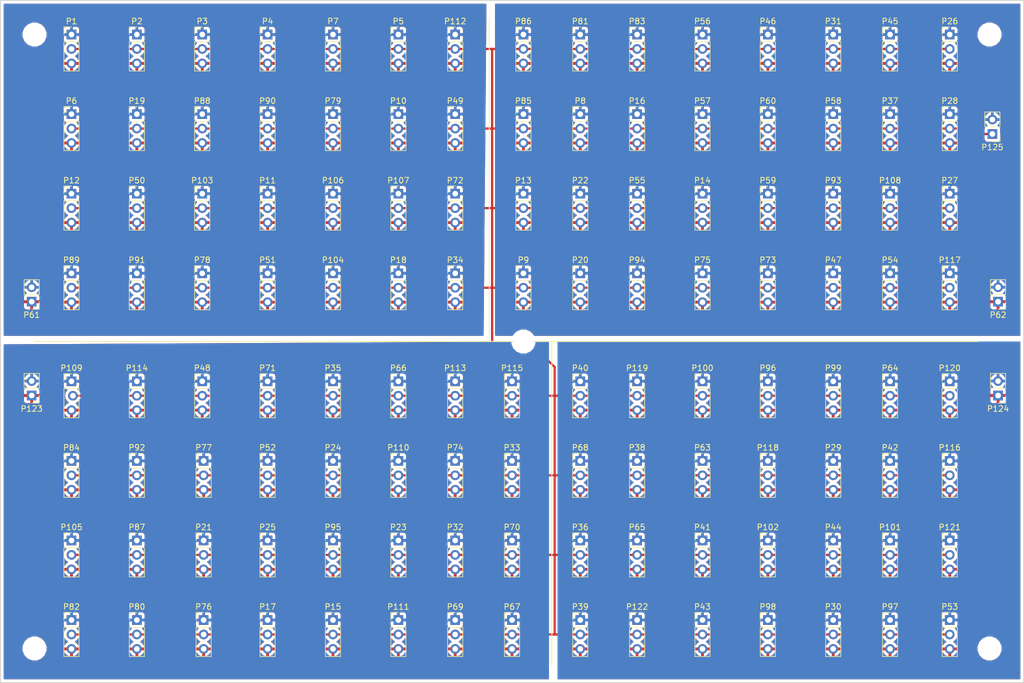
<source format=kicad_pcb>
(kicad_pcb (version 4) (host pcbnew 4.0.4-stable)
  (layers (0 F.Cu signal) (31 B.Cu signal hide) (34 B.Paste user) (35 F.Paste user) (36 B.SilkS user) (37 F.SilkS user) (38 B.Mask user) (39 F.Mask user) (44 Edge.Cuts user))
  (net 0 "")
  (net 1 /GND)
  (net 2 /DATA)
  (net 3 /5V)
  (module Mounting_Holes:MountingHole_3.2mm_M3_DIN965 (layer F.Cu) (at 122 90)
    (fp_text reference REF** hide)
    (fp_text value MountingHole_3.2mm_M3_DIN965 hide)
    (pad "" np_thru_hole circle (at 0 0) (size 3.2 3.2) (drill 3.2) (layers *.Cu *.Mask))
  )
  (module Mounting_Holes:MountingHole_3.2mm_M3_DIN965 (layer F.Cu) (at 204 144)
    (fp_text reference REF** hide)
    (fp_text value MountingHole_3.2mm_M3_DIN965 hide)
    (pad 1 np_thru_hole circle (at 0 0) (size 3.2 3.2) (drill 3.2) (layers *.Cu *.Mask))
  )
  (module Mounting_Holes:MountingHole_3.2mm_M3_DIN965 (layer F.Cu) (at 36 144)
    (fp_text reference REF** hide)
    (fp_text value MountingHole_3.2mm_M3_DIN965 hide)
    (pad 1 np_thru_hole circle (at 0 0) (size 3.2 3.2) (drill 3.2) (layers *.Cu *.Mask))
  )
  (module Mounting_Holes:MountingHole_3.2mm_M3_DIN965 (layer F.Cu) (at 204 36)
    (fp_text reference REF** hide)
    (fp_text value MountingHole_3.2mm_M3_DIN965 hide)
    (pad 1 np_thru_hole circle (at 0 0) (size 3.2 3.2) (drill 3.2) (layers *.Cu *.Mask))
  )
  (module Pin_Headers:Pin_Header_Straight_1x03_Pitch2.54mm (layer F.Cu) (at 42.5 36)
    (fp_text reference P1 (at 0 -2.33) (layer F.SilkS))
    (fp_text value CONN_01X03)
    (pad 1 thru_hole rect (at 0 0) (size 1.7 1.7) (drill 1) (layers *.Cu *.Mask) (net 1 /GND))
    (pad 2 thru_hole oval (at 0 2.54) (size 1.7 1.7) (drill 1) (layers *.Cu *.Mask) (net 2 /DATA))
    (pad 3 thru_hole oval (at 0 5.08) (size 1.7 1.7) (drill 1) (layers *.Cu *.Mask) (net 3 /5V))
  )
  (module Pin_Headers:Pin_Header_Straight_1x03_Pitch2.54mm (layer F.Cu) (at 54 36)
    (fp_text reference P2 (at 0 -2.33) (layer F.SilkS))
    (fp_text value CONN_01X03)
    (pad 1 thru_hole rect (at 0 0) (size 1.7 1.7) (drill 1) (layers *.Cu *.Mask) (net 1 /GND))
    (pad 2 thru_hole oval (at 0 2.54) (size 1.7 1.7) (drill 1) (layers *.Cu *.Mask) (net 2 /DATA))
    (pad 3 thru_hole oval (at 0 5.08) (size 1.7 1.7) (drill 1) (layers *.Cu *.Mask) (net 3 /5V))
  )
  (module Pin_Headers:Pin_Header_Straight_1x03_Pitch2.54mm (layer F.Cu) (at 65.5 36)
    (fp_text reference P3 (at 0 -2.33) (layer F.SilkS))
    (fp_text value CONN_01X03)
    (pad 1 thru_hole rect (at 0 0) (size 1.7 1.7) (drill 1) (layers *.Cu *.Mask) (net 1 /GND))
    (pad 2 thru_hole oval (at 0 2.54) (size 1.7 1.7) (drill 1) (layers *.Cu *.Mask) (net 2 /DATA))
    (pad 3 thru_hole oval (at 0 5.08) (size 1.7 1.7) (drill 1) (layers *.Cu *.Mask) (net 3 /5V))
  )
  (module Pin_Headers:Pin_Header_Straight_1x03_Pitch2.54mm (layer F.Cu) (at 77 36)
    (fp_text reference P4 (at 0 -2.33) (layer F.SilkS))
    (fp_text value CONN_01X03)
    (pad 1 thru_hole rect (at 0 0) (size 1.7 1.7) (drill 1) (layers *.Cu *.Mask) (net 1 /GND))
    (pad 2 thru_hole oval (at 0 2.54) (size 1.7 1.7) (drill 1) (layers *.Cu *.Mask) (net 2 /DATA))
    (pad 3 thru_hole oval (at 0 5.08) (size 1.7 1.7) (drill 1) (layers *.Cu *.Mask) (net 3 /5V))
  )
  (module Pin_Headers:Pin_Header_Straight_1x03_Pitch2.54mm (layer F.Cu) (at 100 36)
    (fp_text reference P5 (at 0 -2.33) (layer F.SilkS))
    (fp_text value CONN_01X03)
    (pad 1 thru_hole rect (at 0 0) (size 1.7 1.7) (drill 1) (layers *.Cu *.Mask) (net 1 /GND))
    (pad 2 thru_hole oval (at 0 2.54) (size 1.7 1.7) (drill 1) (layers *.Cu *.Mask) (net 2 /DATA))
    (pad 3 thru_hole oval (at 0 5.08) (size 1.7 1.7) (drill 1) (layers *.Cu *.Mask) (net 3 /5V))
  )
  (module Pin_Headers:Pin_Header_Straight_1x03_Pitch2.54mm (layer F.Cu) (at 42.5 50)
    (fp_text reference P6 (at 0 -2.33) (layer F.SilkS))
    (fp_text value CONN_01X03)
    (pad 1 thru_hole rect (at 0 0) (size 1.7 1.7) (drill 1) (layers *.Cu *.Mask) (net 1 /GND))
    (pad 2 thru_hole oval (at 0 2.54) (size 1.7 1.7) (drill 1) (layers *.Cu *.Mask) (net 2 /DATA))
    (pad 3 thru_hole oval (at 0 5.08) (size 1.7 1.7) (drill 1) (layers *.Cu *.Mask) (net 3 /5V))
  )
  (module Pin_Headers:Pin_Header_Straight_1x03_Pitch2.54mm (layer F.Cu) (at 88.5 36)
    (fp_text reference P7 (at 0 -2.33) (layer F.SilkS))
    (fp_text value CONN_01X03)
    (pad 1 thru_hole rect (at 0 0) (size 1.7 1.7) (drill 1) (layers *.Cu *.Mask) (net 1 /GND))
    (pad 2 thru_hole oval (at 0 2.54) (size 1.7 1.7) (drill 1) (layers *.Cu *.Mask) (net 2 /DATA))
    (pad 3 thru_hole oval (at 0 5.08) (size 1.7 1.7) (drill 1) (layers *.Cu *.Mask) (net 3 /5V))
  )
  (module Pin_Headers:Pin_Header_Straight_1x03_Pitch2.54mm (layer F.Cu) (at 132 50)
    (fp_text reference P8 (at 0 -2.33) (layer F.SilkS))
    (fp_text value CONN_01X03)
    (pad 1 thru_hole rect (at 0 0) (size 1.7 1.7) (drill 1) (layers *.Cu *.Mask) (net 1 /GND))
    (pad 2 thru_hole oval (at 0 2.54) (size 1.7 1.7) (drill 1) (layers *.Cu *.Mask) (net 2 /DATA))
    (pad 3 thru_hole oval (at 0 5.08) (size 1.7 1.7) (drill 1) (layers *.Cu *.Mask) (net 3 /5V))
  )
  (module Pin_Headers:Pin_Header_Straight_1x03_Pitch2.54mm (layer F.Cu) (at 122 78)
    (fp_text reference P9 (at 0 -2.33) (layer F.SilkS))
    (fp_text value CONN_01X03)
    (pad 1 thru_hole rect (at 0 0) (size 1.7 1.7) (drill 1) (layers *.Cu *.Mask) (net 1 /GND))
    (pad 2 thru_hole oval (at 0 2.54) (size 1.7 1.7) (drill 1) (layers *.Cu *.Mask) (net 2 /DATA))
    (pad 3 thru_hole oval (at 0 5.08) (size 1.7 1.7) (drill 1) (layers *.Cu *.Mask) (net 3 /5V))
  )
  (module Pin_Headers:Pin_Header_Straight_1x03_Pitch2.54mm (layer F.Cu) (at 100 50)
    (fp_text reference P10 (at 0 -2.33) (layer F.SilkS))
    (fp_text value CONN_01X03)
    (pad 1 thru_hole rect (at 0 0) (size 1.7 1.7) (drill 1) (layers *.Cu *.Mask) (net 1 /GND))
    (pad 2 thru_hole oval (at 0 2.54) (size 1.7 1.7) (drill 1) (layers *.Cu *.Mask) (net 2 /DATA))
    (pad 3 thru_hole oval (at 0 5.08) (size 1.7 1.7) (drill 1) (layers *.Cu *.Mask) (net 3 /5V))
  )
  (module Pin_Headers:Pin_Header_Straight_1x03_Pitch2.54mm (layer F.Cu) (at 77 64)
    (fp_text reference P11 (at 0 -2.33) (layer F.SilkS))
    (fp_text value CONN_01X03)
    (pad 1 thru_hole rect (at 0 0) (size 1.7 1.7) (drill 1) (layers *.Cu *.Mask) (net 1 /GND))
    (pad 2 thru_hole oval (at 0 2.54) (size 1.7 1.7) (drill 1) (layers *.Cu *.Mask) (net 2 /DATA))
    (pad 3 thru_hole oval (at 0 5.08) (size 1.7 1.7) (drill 1) (layers *.Cu *.Mask) (net 3 /5V))
  )
  (module Pin_Headers:Pin_Header_Straight_1x03_Pitch2.54mm (layer F.Cu) (at 42.5 64)
    (fp_text reference P12 (at 0 -2.33) (layer F.SilkS))
    (fp_text value CONN_01X03)
    (pad 1 thru_hole rect (at 0 0) (size 1.7 1.7) (drill 1) (layers *.Cu *.Mask) (net 1 /GND))
    (pad 2 thru_hole oval (at 0 2.54) (size 1.7 1.7) (drill 1) (layers *.Cu *.Mask) (net 2 /DATA))
    (pad 3 thru_hole oval (at 0 5.08) (size 1.7 1.7) (drill 1) (layers *.Cu *.Mask) (net 3 /5V))
  )
  (module Pin_Headers:Pin_Header_Straight_1x03_Pitch2.54mm (layer F.Cu) (at 122 64)
    (fp_text reference P13 (at 0 -2.33) (layer F.SilkS))
    (fp_text value CONN_01X03)
    (pad 1 thru_hole rect (at 0 0) (size 1.7 1.7) (drill 1) (layers *.Cu *.Mask) (net 1 /GND))
    (pad 2 thru_hole oval (at 0 2.54) (size 1.7 1.7) (drill 1) (layers *.Cu *.Mask) (net 2 /DATA))
    (pad 3 thru_hole oval (at 0 5.08) (size 1.7 1.7) (drill 1) (layers *.Cu *.Mask) (net 3 /5V))
  )
  (module Pin_Headers:Pin_Header_Straight_1x03_Pitch2.54mm (layer F.Cu) (at 153.5 64)
    (fp_text reference P14 (at 0 -2.33) (layer F.SilkS))
    (fp_text value CONN_01X03)
    (pad 1 thru_hole rect (at 0 0) (size 1.7 1.7) (drill 1) (layers *.Cu *.Mask) (net 1 /GND))
    (pad 2 thru_hole oval (at 0 2.54) (size 1.7 1.7) (drill 1) (layers *.Cu *.Mask) (net 2 /DATA))
    (pad 3 thru_hole oval (at 0 5.08) (size 1.7 1.7) (drill 1) (layers *.Cu *.Mask) (net 3 /5V))
  )
  (module Pin_Headers:Pin_Header_Straight_1x03_Pitch2.54mm (layer F.Cu) (at 88.5 139)
    (fp_text reference P15 (at 0 -2.33) (layer F.SilkS))
    (fp_text value CONN_01X03)
    (pad 1 thru_hole rect (at 0 0) (size 1.7 1.7) (drill 1) (layers *.Cu *.Mask) (net 1 /GND))
    (pad 2 thru_hole oval (at 0 2.54) (size 1.7 1.7) (drill 1) (layers *.Cu *.Mask) (net 2 /DATA))
    (pad 3 thru_hole oval (at 0 5.08) (size 1.7 1.7) (drill 1) (layers *.Cu *.Mask) (net 3 /5V))
  )
  (module Pin_Headers:Pin_Header_Straight_1x03_Pitch2.54mm (layer F.Cu) (at 142 50)
    (fp_text reference P16 (at 0 -2.33) (layer F.SilkS))
    (fp_text value CONN_01X03)
    (pad 1 thru_hole rect (at 0 0) (size 1.7 1.7) (drill 1) (layers *.Cu *.Mask) (net 1 /GND))
    (pad 2 thru_hole oval (at 0 2.54) (size 1.7 1.7) (drill 1) (layers *.Cu *.Mask) (net 2 /DATA))
    (pad 3 thru_hole oval (at 0 5.08) (size 1.7 1.7) (drill 1) (layers *.Cu *.Mask) (net 3 /5V))
  )
  (module Pin_Headers:Pin_Header_Straight_1x03_Pitch2.54mm (layer F.Cu) (at 77 139)
    (fp_text reference P17 (at 0 -2.33) (layer F.SilkS))
    (fp_text value CONN_01X03)
    (pad 1 thru_hole rect (at 0 0) (size 1.7 1.7) (drill 1) (layers *.Cu *.Mask) (net 1 /GND))
    (pad 2 thru_hole oval (at 0 2.54) (size 1.7 1.7) (drill 1) (layers *.Cu *.Mask) (net 2 /DATA))
    (pad 3 thru_hole oval (at 0 5.08) (size 1.7 1.7) (drill 1) (layers *.Cu *.Mask) (net 3 /5V))
  )
  (module Pin_Headers:Pin_Header_Straight_1x03_Pitch2.54mm (layer F.Cu) (at 100 78)
    (fp_text reference P18 (at 0 -2.33) (layer F.SilkS))
    (fp_text value CONN_01X03)
    (pad 1 thru_hole rect (at 0 0) (size 1.7 1.7) (drill 1) (layers *.Cu *.Mask) (net 1 /GND))
    (pad 2 thru_hole oval (at 0 2.54) (size 1.7 1.7) (drill 1) (layers *.Cu *.Mask) (net 2 /DATA))
    (pad 3 thru_hole oval (at 0 5.08) (size 1.7 1.7) (drill 1) (layers *.Cu *.Mask) (net 3 /5V))
  )
  (module Pin_Headers:Pin_Header_Straight_1x03_Pitch2.54mm (layer F.Cu) (at 54 50)
    (fp_text reference P19 (at 0 -2.33) (layer F.SilkS))
    (fp_text value CONN_01X03)
    (pad 1 thru_hole rect (at 0 0) (size 1.7 1.7) (drill 1) (layers *.Cu *.Mask) (net 1 /GND))
    (pad 2 thru_hole oval (at 0 2.54) (size 1.7 1.7) (drill 1) (layers *.Cu *.Mask) (net 2 /DATA))
    (pad 3 thru_hole oval (at 0 5.08) (size 1.7 1.7) (drill 1) (layers *.Cu *.Mask) (net 3 /5V))
  )
  (module Pin_Headers:Pin_Header_Straight_1x03_Pitch2.54mm (layer F.Cu) (at 132 78)
    (fp_text reference P20 (at 0 -2.33) (layer F.SilkS))
    (fp_text value CONN_01X03)
    (pad 1 thru_hole rect (at 0 0) (size 1.7 1.7) (drill 1) (layers *.Cu *.Mask) (net 1 /GND))
    (pad 2 thru_hole oval (at 0 2.54) (size 1.7 1.7) (drill 1) (layers *.Cu *.Mask) (net 2 /DATA))
    (pad 3 thru_hole oval (at 0 5.08) (size 1.7 1.7) (drill 1) (layers *.Cu *.Mask) (net 3 /5V))
  )
  (module Pin_Headers:Pin_Header_Straight_1x03_Pitch2.54mm (layer F.Cu) (at 65.75 125)
    (fp_text reference P21 (at 0 -2.33) (layer F.SilkS))
    (fp_text value CONN_01X03)
    (pad 1 thru_hole rect (at 0 0) (size 1.7 1.7) (drill 1) (layers *.Cu *.Mask) (net 1 /GND))
    (pad 2 thru_hole oval (at 0 2.54) (size 1.7 1.7) (drill 1) (layers *.Cu *.Mask) (net 2 /DATA))
    (pad 3 thru_hole oval (at 0 5.08) (size 1.7 1.7) (drill 1) (layers *.Cu *.Mask) (net 3 /5V))
  )
  (module Pin_Headers:Pin_Header_Straight_1x03_Pitch2.54mm (layer F.Cu) (at 132 64)
    (fp_text reference P22 (at 0 -2.33) (layer F.SilkS))
    (fp_text value CONN_01X03)
    (pad 1 thru_hole rect (at 0 0) (size 1.7 1.7) (drill 1) (layers *.Cu *.Mask) (net 1 /GND))
    (pad 2 thru_hole oval (at 0 2.54) (size 1.7 1.7) (drill 1) (layers *.Cu *.Mask) (net 2 /DATA))
    (pad 3 thru_hole oval (at 0 5.08) (size 1.7 1.7) (drill 1) (layers *.Cu *.Mask) (net 3 /5V))
  )
  (module Pin_Headers:Pin_Header_Straight_1x03_Pitch2.54mm (layer F.Cu) (at 100 125)
    (fp_text reference P23 (at 0 -2.33) (layer F.SilkS))
    (fp_text value CONN_01X03)
    (pad 1 thru_hole rect (at 0 0) (size 1.7 1.7) (drill 1) (layers *.Cu *.Mask) (net 1 /GND))
    (pad 2 thru_hole oval (at 0 2.54) (size 1.7 1.7) (drill 1) (layers *.Cu *.Mask) (net 2 /DATA))
    (pad 3 thru_hole oval (at 0 5.08) (size 1.7 1.7) (drill 1) (layers *.Cu *.Mask) (net 3 /5V))
  )
  (module Pin_Headers:Pin_Header_Straight_1x03_Pitch2.54mm (layer F.Cu) (at 88.5 111)
    (fp_text reference P24 (at 0 -2.33) (layer F.SilkS))
    (fp_text value CONN_01X03)
    (pad 1 thru_hole rect (at 0 0) (size 1.7 1.7) (drill 1) (layers *.Cu *.Mask) (net 1 /GND))
    (pad 2 thru_hole oval (at 0 2.54) (size 1.7 1.7) (drill 1) (layers *.Cu *.Mask) (net 2 /DATA))
    (pad 3 thru_hole oval (at 0 5.08) (size 1.7 1.7) (drill 1) (layers *.Cu *.Mask) (net 3 /5V))
  )
  (module Pin_Headers:Pin_Header_Straight_1x03_Pitch2.54mm (layer F.Cu) (at 77 125)
    (fp_text reference P25 (at 0 -2.33) (layer F.SilkS))
    (fp_text value CONN_01X03)
    (pad 1 thru_hole rect (at 0 0) (size 1.7 1.7) (drill 1) (layers *.Cu *.Mask) (net 1 /GND))
    (pad 2 thru_hole oval (at 0 2.54) (size 1.7 1.7) (drill 1) (layers *.Cu *.Mask) (net 2 /DATA))
    (pad 3 thru_hole oval (at 0 5.08) (size 1.7 1.7) (drill 1) (layers *.Cu *.Mask) (net 3 /5V))
  )
  (module Pin_Headers:Pin_Header_Straight_1x03_Pitch2.54mm (layer F.Cu) (at 197 36)
    (fp_text reference P26 (at 0 -2.33) (layer F.SilkS))
    (fp_text value CONN_01X03)
    (pad 1 thru_hole rect (at 0 0) (size 1.7 1.7) (drill 1) (layers *.Cu *.Mask) (net 1 /GND))
    (pad 2 thru_hole oval (at 0 2.54) (size 1.7 1.7) (drill 1) (layers *.Cu *.Mask) (net 2 /DATA))
    (pad 3 thru_hole oval (at 0 5.08) (size 1.7 1.7) (drill 1) (layers *.Cu *.Mask) (net 3 /5V))
  )
  (module Pin_Headers:Pin_Header_Straight_1x03_Pitch2.54mm (layer F.Cu) (at 197 64)
    (fp_text reference P27 (at 0 -2.33) (layer F.SilkS))
    (fp_text value CONN_01X03)
    (pad 1 thru_hole rect (at 0 0) (size 1.7 1.7) (drill 1) (layers *.Cu *.Mask) (net 1 /GND))
    (pad 2 thru_hole oval (at 0 2.54) (size 1.7 1.7) (drill 1) (layers *.Cu *.Mask) (net 2 /DATA))
    (pad 3 thru_hole oval (at 0 5.08) (size 1.7 1.7) (drill 1) (layers *.Cu *.Mask) (net 3 /5V))
  )
  (module Pin_Headers:Pin_Header_Straight_1x03_Pitch2.54mm (layer F.Cu) (at 197 50)
    (fp_text reference P28 (at 0 -2.33) (layer F.SilkS))
    (fp_text value CONN_01X03)
    (pad 1 thru_hole rect (at 0 0) (size 1.7 1.7) (drill 1) (layers *.Cu *.Mask) (net 1 /GND))
    (pad 2 thru_hole oval (at 0 2.54) (size 1.7 1.7) (drill 1) (layers *.Cu *.Mask) (net 2 /DATA))
    (pad 3 thru_hole oval (at 0 5.08) (size 1.7 1.7) (drill 1) (layers *.Cu *.Mask) (net 3 /5V))
  )
  (module Pin_Headers:Pin_Header_Straight_1x03_Pitch2.54mm (layer F.Cu) (at 176.5 111)
    (fp_text reference P29 (at 0 -2.33) (layer F.SilkS))
    (fp_text value CONN_01X03)
    (pad 1 thru_hole rect (at 0 0) (size 1.7 1.7) (drill 1) (layers *.Cu *.Mask) (net 1 /GND))
    (pad 2 thru_hole oval (at 0 2.54) (size 1.7 1.7) (drill 1) (layers *.Cu *.Mask) (net 2 /DATA))
    (pad 3 thru_hole oval (at 0 5.08) (size 1.7 1.7) (drill 1) (layers *.Cu *.Mask) (net 3 /5V))
  )
  (module Pin_Headers:Pin_Header_Straight_1x03_Pitch2.54mm (layer F.Cu) (at 176.5 139)
    (fp_text reference P30 (at 0 -2.33) (layer F.SilkS))
    (fp_text value CONN_01X03)
    (pad 1 thru_hole rect (at 0 0) (size 1.7 1.7) (drill 1) (layers *.Cu *.Mask) (net 1 /GND))
    (pad 2 thru_hole oval (at 0 2.54) (size 1.7 1.7) (drill 1) (layers *.Cu *.Mask) (net 2 /DATA))
    (pad 3 thru_hole oval (at 0 5.08) (size 1.7 1.7) (drill 1) (layers *.Cu *.Mask) (net 3 /5V))
  )
  (module Pin_Headers:Pin_Header_Straight_1x03_Pitch2.54mm (layer F.Cu) (at 176.5 36)
    (fp_text reference P31 (at 0 -2.33) (layer F.SilkS))
    (fp_text value CONN_01X03)
    (pad 1 thru_hole rect (at 0 0) (size 1.7 1.7) (drill 1) (layers *.Cu *.Mask) (net 1 /GND))
    (pad 2 thru_hole oval (at 0 2.54) (size 1.7 1.7) (drill 1) (layers *.Cu *.Mask) (net 2 /DATA))
    (pad 3 thru_hole oval (at 0 5.08) (size 1.7 1.7) (drill 1) (layers *.Cu *.Mask) (net 3 /5V))
  )
  (module Pin_Headers:Pin_Header_Straight_1x03_Pitch2.54mm (layer F.Cu) (at 110 125)
    (fp_text reference P32 (at 0 -2.33) (layer F.SilkS))
    (fp_text value CONN_01X03)
    (pad 1 thru_hole rect (at 0 0) (size 1.7 1.7) (drill 1) (layers *.Cu *.Mask) (net 1 /GND))
    (pad 2 thru_hole oval (at 0 2.54) (size 1.7 1.7) (drill 1) (layers *.Cu *.Mask) (net 2 /DATA))
    (pad 3 thru_hole oval (at 0 5.08) (size 1.7 1.7) (drill 1) (layers *.Cu *.Mask) (net 3 /5V))
  )
  (module Pin_Headers:Pin_Header_Straight_1x03_Pitch2.54mm (layer F.Cu) (at 120 111)
    (fp_text reference P33 (at 0 -2.33) (layer F.SilkS))
    (fp_text value CONN_01X03)
    (pad 1 thru_hole rect (at 0 0) (size 1.7 1.7) (drill 1) (layers *.Cu *.Mask) (net 1 /GND))
    (pad 2 thru_hole oval (at 0 2.54) (size 1.7 1.7) (drill 1) (layers *.Cu *.Mask) (net 2 /DATA))
    (pad 3 thru_hole oval (at 0 5.08) (size 1.7 1.7) (drill 1) (layers *.Cu *.Mask) (net 3 /5V))
  )
  (module Pin_Headers:Pin_Header_Straight_1x03_Pitch2.54mm (layer F.Cu) (at 110 78)
    (fp_text reference P34 (at 0 -2.33) (layer F.SilkS))
    (fp_text value CONN_01X03)
    (pad 1 thru_hole rect (at 0 0) (size 1.7 1.7) (drill 1) (layers *.Cu *.Mask) (net 1 /GND))
    (pad 2 thru_hole oval (at 0 2.54) (size 1.7 1.7) (drill 1) (layers *.Cu *.Mask) (net 2 /DATA))
    (pad 3 thru_hole oval (at 0 5.08) (size 1.7 1.7) (drill 1) (layers *.Cu *.Mask) (net 3 /5V))
  )
  (module Pin_Headers:Pin_Header_Straight_1x03_Pitch2.54mm (layer F.Cu) (at 88.5 97)
    (fp_text reference P35 (at 0 -2.33) (layer F.SilkS))
    (fp_text value CONN_01X03)
    (pad 1 thru_hole rect (at 0 0) (size 1.7 1.7) (drill 1) (layers *.Cu *.Mask) (net 1 /GND))
    (pad 2 thru_hole oval (at 0 2.54) (size 1.7 1.7) (drill 1) (layers *.Cu *.Mask) (net 2 /DATA))
    (pad 3 thru_hole oval (at 0 5.08) (size 1.7 1.7) (drill 1) (layers *.Cu *.Mask) (net 3 /5V))
  )
  (module Pin_Headers:Pin_Header_Straight_1x03_Pitch2.54mm (layer F.Cu) (at 132 125)
    (fp_text reference P36 (at 0 -2.33) (layer F.SilkS))
    (fp_text value CONN_01X03)
    (pad 1 thru_hole rect (at 0 0) (size 1.7 1.7) (drill 1) (layers *.Cu *.Mask) (net 1 /GND))
    (pad 2 thru_hole oval (at 0 2.54) (size 1.7 1.7) (drill 1) (layers *.Cu *.Mask) (net 2 /DATA))
    (pad 3 thru_hole oval (at 0 5.08) (size 1.7 1.7) (drill 1) (layers *.Cu *.Mask) (net 3 /5V))
  )
  (module Pin_Headers:Pin_Header_Straight_1x03_Pitch2.54mm (layer F.Cu) (at 186.5 50)
    (fp_text reference P37 (at 0 -2.33) (layer F.SilkS))
    (fp_text value CONN_01X03)
    (pad 1 thru_hole rect (at 0 0) (size 1.7 1.7) (drill 1) (layers *.Cu *.Mask) (net 1 /GND))
    (pad 2 thru_hole oval (at 0 2.54) (size 1.7 1.7) (drill 1) (layers *.Cu *.Mask) (net 2 /DATA))
    (pad 3 thru_hole oval (at 0 5.08) (size 1.7 1.7) (drill 1) (layers *.Cu *.Mask) (net 3 /5V))
  )
  (module Pin_Headers:Pin_Header_Straight_1x03_Pitch2.54mm (layer F.Cu) (at 142 111)
    (fp_text reference P38 (at 0 -2.33) (layer F.SilkS))
    (fp_text value CONN_01X03)
    (pad 1 thru_hole rect (at 0 0) (size 1.7 1.7) (drill 1) (layers *.Cu *.Mask) (net 1 /GND))
    (pad 2 thru_hole oval (at 0 2.54) (size 1.7 1.7) (drill 1) (layers *.Cu *.Mask) (net 2 /DATA))
    (pad 3 thru_hole oval (at 0 5.08) (size 1.7 1.7) (drill 1) (layers *.Cu *.Mask) (net 3 /5V))
  )
  (module Pin_Headers:Pin_Header_Straight_1x03_Pitch2.54mm (layer F.Cu) (at 132 139)
    (fp_text reference P39 (at 0 -2.33) (layer F.SilkS))
    (fp_text value CONN_01X03)
    (pad 1 thru_hole rect (at 0 0) (size 1.7 1.7) (drill 1) (layers *.Cu *.Mask) (net 1 /GND))
    (pad 2 thru_hole oval (at 0 2.54) (size 1.7 1.7) (drill 1) (layers *.Cu *.Mask) (net 2 /DATA))
    (pad 3 thru_hole oval (at 0 5.08) (size 1.7 1.7) (drill 1) (layers *.Cu *.Mask) (net 3 /5V))
  )
  (module Pin_Headers:Pin_Header_Straight_1x03_Pitch2.54mm (layer F.Cu) (at 132 97)
    (fp_text reference P40 (at 0 -2.33) (layer F.SilkS))
    (fp_text value CONN_01X03)
    (pad 1 thru_hole rect (at 0 0) (size 1.7 1.7) (drill 1) (layers *.Cu *.Mask) (net 1 /GND))
    (pad 2 thru_hole oval (at 0 2.54) (size 1.7 1.7) (drill 1) (layers *.Cu *.Mask) (net 2 /DATA))
    (pad 3 thru_hole oval (at 0 5.08) (size 1.7 1.7) (drill 1) (layers *.Cu *.Mask) (net 3 /5V))
  )
  (module Pin_Headers:Pin_Header_Straight_1x03_Pitch2.54mm (layer F.Cu) (at 153.5 125)
    (fp_text reference P41 (at 0 -2.33) (layer F.SilkS))
    (fp_text value CONN_01X03)
    (pad 1 thru_hole rect (at 0 0) (size 1.7 1.7) (drill 1) (layers *.Cu *.Mask) (net 1 /GND))
    (pad 2 thru_hole oval (at 0 2.54) (size 1.7 1.7) (drill 1) (layers *.Cu *.Mask) (net 2 /DATA))
    (pad 3 thru_hole oval (at 0 5.08) (size 1.7 1.7) (drill 1) (layers *.Cu *.Mask) (net 3 /5V))
  )
  (module Pin_Headers:Pin_Header_Straight_1x03_Pitch2.54mm (layer F.Cu) (at 186.5 111)
    (fp_text reference P42 (at 0 -2.33) (layer F.SilkS))
    (fp_text value CONN_01X03)
    (pad 1 thru_hole rect (at 0 0) (size 1.7 1.7) (drill 1) (layers *.Cu *.Mask) (net 1 /GND))
    (pad 2 thru_hole oval (at 0 2.54) (size 1.7 1.7) (drill 1) (layers *.Cu *.Mask) (net 2 /DATA))
    (pad 3 thru_hole oval (at 0 5.08) (size 1.7 1.7) (drill 1) (layers *.Cu *.Mask) (net 3 /5V))
  )
  (module Pin_Headers:Pin_Header_Straight_1x03_Pitch2.54mm (layer F.Cu) (at 153.5 139)
    (fp_text reference P43 (at 0 -2.33) (layer F.SilkS))
    (fp_text value CONN_01X03)
    (pad 1 thru_hole rect (at 0 0) (size 1.7 1.7) (drill 1) (layers *.Cu *.Mask) (net 1 /GND))
    (pad 2 thru_hole oval (at 0 2.54) (size 1.7 1.7) (drill 1) (layers *.Cu *.Mask) (net 2 /DATA))
    (pad 3 thru_hole oval (at 0 5.08) (size 1.7 1.7) (drill 1) (layers *.Cu *.Mask) (net 3 /5V))
  )
  (module Pin_Headers:Pin_Header_Straight_1x03_Pitch2.54mm (layer F.Cu) (at 176.5 125)
    (fp_text reference P44 (at 0 -2.33) (layer F.SilkS))
    (fp_text value CONN_01X03)
    (pad 1 thru_hole rect (at 0 0) (size 1.7 1.7) (drill 1) (layers *.Cu *.Mask) (net 1 /GND))
    (pad 2 thru_hole oval (at 0 2.54) (size 1.7 1.7) (drill 1) (layers *.Cu *.Mask) (net 2 /DATA))
    (pad 3 thru_hole oval (at 0 5.08) (size 1.7 1.7) (drill 1) (layers *.Cu *.Mask) (net 3 /5V))
  )
  (module Pin_Headers:Pin_Header_Straight_1x03_Pitch2.54mm (layer F.Cu) (at 186.5 36)
    (fp_text reference P45 (at 0 -2.33) (layer F.SilkS))
    (fp_text value CONN_01X03)
    (pad 1 thru_hole rect (at 0 0) (size 1.7 1.7) (drill 1) (layers *.Cu *.Mask) (net 1 /GND))
    (pad 2 thru_hole oval (at 0 2.54) (size 1.7 1.7) (drill 1) (layers *.Cu *.Mask) (net 2 /DATA))
    (pad 3 thru_hole oval (at 0 5.08) (size 1.7 1.7) (drill 1) (layers *.Cu *.Mask) (net 3 /5V))
  )
  (module Pin_Headers:Pin_Header_Straight_1x03_Pitch2.54mm (layer F.Cu) (at 165 36)
    (fp_text reference P46 (at 0 -2.33) (layer F.SilkS))
    (fp_text value CONN_01X03)
    (pad 1 thru_hole rect (at 0 0) (size 1.7 1.7) (drill 1) (layers *.Cu *.Mask) (net 1 /GND))
    (pad 2 thru_hole oval (at 0 2.54) (size 1.7 1.7) (drill 1) (layers *.Cu *.Mask) (net 2 /DATA))
    (pad 3 thru_hole oval (at 0 5.08) (size 1.7 1.7) (drill 1) (layers *.Cu *.Mask) (net 3 /5V))
  )
  (module Pin_Headers:Pin_Header_Straight_1x03_Pitch2.54mm (layer F.Cu) (at 176.5 78)
    (fp_text reference P47 (at 0 -2.33) (layer F.SilkS))
    (fp_text value CONN_01X03)
    (pad 1 thru_hole rect (at 0 0) (size 1.7 1.7) (drill 1) (layers *.Cu *.Mask) (net 1 /GND))
    (pad 2 thru_hole oval (at 0 2.54) (size 1.7 1.7) (drill 1) (layers *.Cu *.Mask) (net 2 /DATA))
    (pad 3 thru_hole oval (at 0 5.08) (size 1.7 1.7) (drill 1) (layers *.Cu *.Mask) (net 3 /5V))
  )
  (module Pin_Headers:Pin_Header_Straight_1x03_Pitch2.54mm (layer F.Cu) (at 65.5 97)
    (fp_text reference P48 (at 0 -2.33) (layer F.SilkS))
    (fp_text value CONN_01X03)
    (pad 1 thru_hole rect (at 0 0) (size 1.7 1.7) (drill 1) (layers *.Cu *.Mask) (net 1 /GND))
    (pad 2 thru_hole oval (at 0 2.54) (size 1.7 1.7) (drill 1) (layers *.Cu *.Mask) (net 2 /DATA))
    (pad 3 thru_hole oval (at 0 5.08) (size 1.7 1.7) (drill 1) (layers *.Cu *.Mask) (net 3 /5V))
  )
  (module Pin_Headers:Pin_Header_Straight_1x03_Pitch2.54mm (layer F.Cu) (at 110 50)
    (fp_text reference P49 (at 0 -2.33) (layer F.SilkS))
    (fp_text value CONN_01X03)
    (pad 1 thru_hole rect (at 0 0) (size 1.7 1.7) (drill 1) (layers *.Cu *.Mask) (net 1 /GND))
    (pad 2 thru_hole oval (at 0 2.54) (size 1.7 1.7) (drill 1) (layers *.Cu *.Mask) (net 2 /DATA))
    (pad 3 thru_hole oval (at 0 5.08) (size 1.7 1.7) (drill 1) (layers *.Cu *.Mask) (net 3 /5V))
  )
  (module Pin_Headers:Pin_Header_Straight_1x03_Pitch2.54mm (layer F.Cu) (at 54 64)
    (fp_text reference P50 (at 0 -2.33) (layer F.SilkS))
    (fp_text value CONN_01X03)
    (pad 1 thru_hole rect (at 0 0) (size 1.7 1.7) (drill 1) (layers *.Cu *.Mask) (net 1 /GND))
    (pad 2 thru_hole oval (at 0 2.54) (size 1.7 1.7) (drill 1) (layers *.Cu *.Mask) (net 2 /DATA))
    (pad 3 thru_hole oval (at 0 5.08) (size 1.7 1.7) (drill 1) (layers *.Cu *.Mask) (net 3 /5V))
  )
  (module Pin_Headers:Pin_Header_Straight_1x03_Pitch2.54mm (layer F.Cu) (at 77 78)
    (fp_text reference P51 (at 0 -2.33) (layer F.SilkS))
    (fp_text value CONN_01X03)
    (pad 1 thru_hole rect (at 0 0) (size 1.7 1.7) (drill 1) (layers *.Cu *.Mask) (net 1 /GND))
    (pad 2 thru_hole oval (at 0 2.54) (size 1.7 1.7) (drill 1) (layers *.Cu *.Mask) (net 2 /DATA))
    (pad 3 thru_hole oval (at 0 5.08) (size 1.7 1.7) (drill 1) (layers *.Cu *.Mask) (net 3 /5V))
  )
  (module Pin_Headers:Pin_Header_Straight_1x03_Pitch2.54mm (layer F.Cu) (at 77 111)
    (fp_text reference P52 (at 0 -2.33) (layer F.SilkS))
    (fp_text value CONN_01X03)
    (pad 1 thru_hole rect (at 0 0) (size 1.7 1.7) (drill 1) (layers *.Cu *.Mask) (net 1 /GND))
    (pad 2 thru_hole oval (at 0 2.54) (size 1.7 1.7) (drill 1) (layers *.Cu *.Mask) (net 2 /DATA))
    (pad 3 thru_hole oval (at 0 5.08) (size 1.7 1.7) (drill 1) (layers *.Cu *.Mask) (net 3 /5V))
  )
  (module Pin_Headers:Pin_Header_Straight_1x03_Pitch2.54mm (layer F.Cu) (at 197 139)
    (fp_text reference P53 (at 0 -2.33) (layer F.SilkS))
    (fp_text value CONN_01X03)
    (pad 1 thru_hole rect (at 0 0) (size 1.7 1.7) (drill 1) (layers *.Cu *.Mask) (net 1 /GND))
    (pad 2 thru_hole oval (at 0 2.54) (size 1.7 1.7) (drill 1) (layers *.Cu *.Mask) (net 2 /DATA))
    (pad 3 thru_hole oval (at 0 5.08) (size 1.7 1.7) (drill 1) (layers *.Cu *.Mask) (net 3 /5V))
  )
  (module Pin_Headers:Pin_Header_Straight_1x03_Pitch2.54mm (layer F.Cu) (at 186.5 78)
    (fp_text reference P54 (at 0 -2.33) (layer F.SilkS))
    (fp_text value CONN_01X03)
    (pad 1 thru_hole rect (at 0 0) (size 1.7 1.7) (drill 1) (layers *.Cu *.Mask) (net 1 /GND))
    (pad 2 thru_hole oval (at 0 2.54) (size 1.7 1.7) (drill 1) (layers *.Cu *.Mask) (net 2 /DATA))
    (pad 3 thru_hole oval (at 0 5.08) (size 1.7 1.7) (drill 1) (layers *.Cu *.Mask) (net 3 /5V))
  )
  (module Pin_Headers:Pin_Header_Straight_1x03_Pitch2.54mm (layer F.Cu) (at 142 64)
    (fp_text reference P55 (at 0 -2.33) (layer F.SilkS))
    (fp_text value CONN_01X03)
    (pad 1 thru_hole rect (at 0 0) (size 1.7 1.7) (drill 1) (layers *.Cu *.Mask) (net 1 /GND))
    (pad 2 thru_hole oval (at 0 2.54) (size 1.7 1.7) (drill 1) (layers *.Cu *.Mask) (net 2 /DATA))
    (pad 3 thru_hole oval (at 0 5.08) (size 1.7 1.7) (drill 1) (layers *.Cu *.Mask) (net 3 /5V))
  )
  (module Pin_Headers:Pin_Header_Straight_1x03_Pitch2.54mm (layer F.Cu) (at 153.5 36)
    (fp_text reference P56 (at 0 -2.33) (layer F.SilkS))
    (fp_text value CONN_01X03)
    (pad 1 thru_hole rect (at 0 0) (size 1.7 1.7) (drill 1) (layers *.Cu *.Mask) (net 1 /GND))
    (pad 2 thru_hole oval (at 0 2.54) (size 1.7 1.7) (drill 1) (layers *.Cu *.Mask) (net 2 /DATA))
    (pad 3 thru_hole oval (at 0 5.08) (size 1.7 1.7) (drill 1) (layers *.Cu *.Mask) (net 3 /5V))
  )
  (module Pin_Headers:Pin_Header_Straight_1x03_Pitch2.54mm (layer F.Cu) (at 153.5 50)
    (fp_text reference P57 (at 0 -2.33) (layer F.SilkS))
    (fp_text value CONN_01X03)
    (pad 1 thru_hole rect (at 0 0) (size 1.7 1.7) (drill 1) (layers *.Cu *.Mask) (net 1 /GND))
    (pad 2 thru_hole oval (at 0 2.54) (size 1.7 1.7) (drill 1) (layers *.Cu *.Mask) (net 2 /DATA))
    (pad 3 thru_hole oval (at 0 5.08) (size 1.7 1.7) (drill 1) (layers *.Cu *.Mask) (net 3 /5V))
  )
  (module Pin_Headers:Pin_Header_Straight_1x03_Pitch2.54mm (layer F.Cu) (at 176.5 50)
    (fp_text reference P58 (at 0 -2.33) (layer F.SilkS))
    (fp_text value CONN_01X03)
    (pad 1 thru_hole rect (at 0 0) (size 1.7 1.7) (drill 1) (layers *.Cu *.Mask) (net 1 /GND))
    (pad 2 thru_hole oval (at 0 2.54) (size 1.7 1.7) (drill 1) (layers *.Cu *.Mask) (net 2 /DATA))
    (pad 3 thru_hole oval (at 0 5.08) (size 1.7 1.7) (drill 1) (layers *.Cu *.Mask) (net 3 /5V))
  )
  (module Pin_Headers:Pin_Header_Straight_1x03_Pitch2.54mm (layer F.Cu) (at 165 64)
    (fp_text reference P59 (at 0 -2.33) (layer F.SilkS))
    (fp_text value CONN_01X03)
    (pad 1 thru_hole rect (at 0 0) (size 1.7 1.7) (drill 1) (layers *.Cu *.Mask) (net 1 /GND))
    (pad 2 thru_hole oval (at 0 2.54) (size 1.7 1.7) (drill 1) (layers *.Cu *.Mask) (net 2 /DATA))
    (pad 3 thru_hole oval (at 0 5.08) (size 1.7 1.7) (drill 1) (layers *.Cu *.Mask) (net 3 /5V))
  )
  (module Pin_Headers:Pin_Header_Straight_1x03_Pitch2.54mm (layer F.Cu) (at 165 50)
    (fp_text reference P60 (at 0 -2.33) (layer F.SilkS))
    (fp_text value CONN_01X03)
    (pad 1 thru_hole rect (at 0 0) (size 1.7 1.7) (drill 1) (layers *.Cu *.Mask) (net 1 /GND))
    (pad 2 thru_hole oval (at 0 2.54) (size 1.7 1.7) (drill 1) (layers *.Cu *.Mask) (net 2 /DATA))
    (pad 3 thru_hole oval (at 0 5.08) (size 1.7 1.7) (drill 1) (layers *.Cu *.Mask) (net 3 /5V))
  )
  (module Pin_Headers:Pin_Header_Straight_1x02_Pitch2.54mm (layer F.Cu) (at 35.5 83 180)
    (fp_text reference P61 (at 0 -2.33 180) (layer F.SilkS))
    (fp_text value PWR1)
    (pad 1 thru_hole rect (at 0 0 180) (size 1.7 1.7) (drill 1) (layers *.Cu *.Mask) (net 3 /5V))
    (pad 2 thru_hole oval (at 0 2.54 180) (size 1.7 1.7) (drill 1) (layers *.Cu *.Mask) (net 1 /GND))
  )
  (module Pin_Headers:Pin_Header_Straight_1x02_Pitch2.54mm (layer F.Cu) (at 205.5 83 180)
    (fp_text reference P62 (at 0 -2.33 180) (layer F.SilkS))
    (fp_text value PWR2)
    (pad 1 thru_hole rect (at 0 0 180) (size 1.7 1.7) (drill 1) (layers *.Cu *.Mask) (net 3 /5V))
    (pad 2 thru_hole oval (at 0 2.54 180) (size 1.7 1.7) (drill 1) (layers *.Cu *.Mask) (net 1 /GND))
  )
  (module Pin_Headers:Pin_Header_Straight_1x03_Pitch2.54mm (layer F.Cu) (at 153.5 111)
    (fp_text reference P63 (at 0 -2.33) (layer F.SilkS))
    (fp_text value CONN_01X03)
    (pad 1 thru_hole rect (at 0 0) (size 1.7 1.7) (drill 1) (layers *.Cu *.Mask) (net 1 /GND))
    (pad 2 thru_hole oval (at 0 2.54) (size 1.7 1.7) (drill 1) (layers *.Cu *.Mask) (net 2 /DATA))
    (pad 3 thru_hole oval (at 0 5.08) (size 1.7 1.7) (drill 1) (layers *.Cu *.Mask) (net 3 /5V))
  )
  (module Pin_Headers:Pin_Header_Straight_1x03_Pitch2.54mm (layer F.Cu) (at 186.5 97)
    (fp_text reference P64 (at 0 -2.33) (layer F.SilkS))
    (fp_text value CONN_01X03)
    (pad 1 thru_hole rect (at 0 0) (size 1.7 1.7) (drill 1) (layers *.Cu *.Mask) (net 1 /GND))
    (pad 2 thru_hole oval (at 0 2.54) (size 1.7 1.7) (drill 1) (layers *.Cu *.Mask) (net 2 /DATA))
    (pad 3 thru_hole oval (at 0 5.08) (size 1.7 1.7) (drill 1) (layers *.Cu *.Mask) (net 3 /5V))
  )
  (module Pin_Headers:Pin_Header_Straight_1x03_Pitch2.54mm (layer F.Cu) (at 142 125)
    (fp_text reference P65 (at 0 -2.33) (layer F.SilkS))
    (fp_text value CONN_01X03)
    (pad 1 thru_hole rect (at 0 0) (size 1.7 1.7) (drill 1) (layers *.Cu *.Mask) (net 1 /GND))
    (pad 2 thru_hole oval (at 0 2.54) (size 1.7 1.7) (drill 1) (layers *.Cu *.Mask) (net 2 /DATA))
    (pad 3 thru_hole oval (at 0 5.08) (size 1.7 1.7) (drill 1) (layers *.Cu *.Mask) (net 3 /5V))
  )
  (module Pin_Headers:Pin_Header_Straight_1x03_Pitch2.54mm (layer F.Cu) (at 100 97)
    (fp_text reference P66 (at 0 -2.33) (layer F.SilkS))
    (fp_text value CONN_01X03)
    (pad 1 thru_hole rect (at 0 0) (size 1.7 1.7) (drill 1) (layers *.Cu *.Mask) (net 1 /GND))
    (pad 2 thru_hole oval (at 0 2.54) (size 1.7 1.7) (drill 1) (layers *.Cu *.Mask) (net 2 /DATA))
    (pad 3 thru_hole oval (at 0 5.08) (size 1.7 1.7) (drill 1) (layers *.Cu *.Mask) (net 3 /5V))
  )
  (module Pin_Headers:Pin_Header_Straight_1x03_Pitch2.54mm (layer F.Cu) (at 120 139)
    (fp_text reference P67 (at 0 -2.33) (layer F.SilkS))
    (fp_text value CONN_01X03)
    (pad 1 thru_hole rect (at 0 0) (size 1.7 1.7) (drill 1) (layers *.Cu *.Mask) (net 1 /GND))
    (pad 2 thru_hole oval (at 0 2.54) (size 1.7 1.7) (drill 1) (layers *.Cu *.Mask) (net 2 /DATA))
    (pad 3 thru_hole oval (at 0 5.08) (size 1.7 1.7) (drill 1) (layers *.Cu *.Mask) (net 3 /5V))
  )
  (module Pin_Headers:Pin_Header_Straight_1x03_Pitch2.54mm (layer F.Cu) (at 132 111)
    (fp_text reference P68 (at 0 -2.33) (layer F.SilkS))
    (fp_text value CONN_01X03)
    (pad 1 thru_hole rect (at 0 0) (size 1.7 1.7) (drill 1) (layers *.Cu *.Mask) (net 1 /GND))
    (pad 2 thru_hole oval (at 0 2.54) (size 1.7 1.7) (drill 1) (layers *.Cu *.Mask) (net 2 /DATA))
    (pad 3 thru_hole oval (at 0 5.08) (size 1.7 1.7) (drill 1) (layers *.Cu *.Mask) (net 3 /5V))
  )
  (module Pin_Headers:Pin_Header_Straight_1x03_Pitch2.54mm (layer F.Cu) (at 110 139)
    (fp_text reference P69 (at 0 -2.33) (layer F.SilkS))
    (fp_text value CONN_01X03)
    (pad 1 thru_hole rect (at 0 0) (size 1.7 1.7) (drill 1) (layers *.Cu *.Mask) (net 1 /GND))
    (pad 2 thru_hole oval (at 0 2.54) (size 1.7 1.7) (drill 1) (layers *.Cu *.Mask) (net 2 /DATA))
    (pad 3 thru_hole oval (at 0 5.08) (size 1.7 1.7) (drill 1) (layers *.Cu *.Mask) (net 3 /5V))
  )
  (module Pin_Headers:Pin_Header_Straight_1x03_Pitch2.54mm (layer F.Cu) (at 120 125)
    (fp_text reference P70 (at 0 -2.33) (layer F.SilkS))
    (fp_text value CONN_01X03)
    (pad 1 thru_hole rect (at 0 0) (size 1.7 1.7) (drill 1) (layers *.Cu *.Mask) (net 1 /GND))
    (pad 2 thru_hole oval (at 0 2.54) (size 1.7 1.7) (drill 1) (layers *.Cu *.Mask) (net 2 /DATA))
    (pad 3 thru_hole oval (at 0 5.08) (size 1.7 1.7) (drill 1) (layers *.Cu *.Mask) (net 3 /5V))
  )
  (module Pin_Headers:Pin_Header_Straight_1x03_Pitch2.54mm (layer F.Cu) (at 77 97)
    (fp_text reference P71 (at 0 -2.33) (layer F.SilkS))
    (fp_text value CONN_01X03)
    (pad 1 thru_hole rect (at 0 0) (size 1.7 1.7) (drill 1) (layers *.Cu *.Mask) (net 1 /GND))
    (pad 2 thru_hole oval (at 0 2.54) (size 1.7 1.7) (drill 1) (layers *.Cu *.Mask) (net 2 /DATA))
    (pad 3 thru_hole oval (at 0 5.08) (size 1.7 1.7) (drill 1) (layers *.Cu *.Mask) (net 3 /5V))
  )
  (module Pin_Headers:Pin_Header_Straight_1x03_Pitch2.54mm (layer F.Cu) (at 110 64)
    (fp_text reference P72 (at 0 -2.33) (layer F.SilkS))
    (fp_text value CONN_01X03)
    (pad 1 thru_hole rect (at 0 0) (size 1.7 1.7) (drill 1) (layers *.Cu *.Mask) (net 1 /GND))
    (pad 2 thru_hole oval (at 0 2.54) (size 1.7 1.7) (drill 1) (layers *.Cu *.Mask) (net 2 /DATA))
    (pad 3 thru_hole oval (at 0 5.08) (size 1.7 1.7) (drill 1) (layers *.Cu *.Mask) (net 3 /5V))
  )
  (module Pin_Headers:Pin_Header_Straight_1x03_Pitch2.54mm (layer F.Cu) (at 165 78)
    (fp_text reference P73 (at 0 -2.33) (layer F.SilkS))
    (fp_text value CONN_01X03)
    (pad 1 thru_hole rect (at 0 0) (size 1.7 1.7) (drill 1) (layers *.Cu *.Mask) (net 1 /GND))
    (pad 2 thru_hole oval (at 0 2.54) (size 1.7 1.7) (drill 1) (layers *.Cu *.Mask) (net 2 /DATA))
    (pad 3 thru_hole oval (at 0 5.08) (size 1.7 1.7) (drill 1) (layers *.Cu *.Mask) (net 3 /5V))
  )
  (module Pin_Headers:Pin_Header_Straight_1x03_Pitch2.54mm (layer F.Cu) (at 110 111)
    (fp_text reference P74 (at 0 -2.33) (layer F.SilkS))
    (fp_text value CONN_01X03)
    (pad 1 thru_hole rect (at 0 0) (size 1.7 1.7) (drill 1) (layers *.Cu *.Mask) (net 1 /GND))
    (pad 2 thru_hole oval (at 0 2.54) (size 1.7 1.7) (drill 1) (layers *.Cu *.Mask) (net 2 /DATA))
    (pad 3 thru_hole oval (at 0 5.08) (size 1.7 1.7) (drill 1) (layers *.Cu *.Mask) (net 3 /5V))
  )
  (module Pin_Headers:Pin_Header_Straight_1x03_Pitch2.54mm (layer F.Cu) (at 153.5 78)
    (fp_text reference P75 (at 0 -2.33) (layer F.SilkS))
    (fp_text value CONN_01X03)
    (pad 1 thru_hole rect (at 0 0) (size 1.7 1.7) (drill 1) (layers *.Cu *.Mask) (net 1 /GND))
    (pad 2 thru_hole oval (at 0 2.54) (size 1.7 1.7) (drill 1) (layers *.Cu *.Mask) (net 2 /DATA))
    (pad 3 thru_hole oval (at 0 5.08) (size 1.7 1.7) (drill 1) (layers *.Cu *.Mask) (net 3 /5V))
  )
  (module Pin_Headers:Pin_Header_Straight_1x03_Pitch2.54mm (layer F.Cu) (at 65.75 139)
    (fp_text reference P76 (at 0 -2.33) (layer F.SilkS))
    (fp_text value CONN_01X03)
    (pad 1 thru_hole rect (at 0 0) (size 1.7 1.7) (drill 1) (layers *.Cu *.Mask) (net 1 /GND))
    (pad 2 thru_hole oval (at 0 2.54) (size 1.7 1.7) (drill 1) (layers *.Cu *.Mask) (net 2 /DATA))
    (pad 3 thru_hole oval (at 0 5.08) (size 1.7 1.7) (drill 1) (layers *.Cu *.Mask) (net 3 /5V))
  )
  (module Pin_Headers:Pin_Header_Straight_1x03_Pitch2.54mm (layer F.Cu) (at 65.75 111)
    (fp_text reference P77 (at 0 -2.33) (layer F.SilkS))
    (fp_text value CONN_01X03)
    (pad 1 thru_hole rect (at 0 0) (size 1.7 1.7) (drill 1) (layers *.Cu *.Mask) (net 1 /GND))
    (pad 2 thru_hole oval (at 0 2.54) (size 1.7 1.7) (drill 1) (layers *.Cu *.Mask) (net 2 /DATA))
    (pad 3 thru_hole oval (at 0 5.08) (size 1.7 1.7) (drill 1) (layers *.Cu *.Mask) (net 3 /5V))
  )
  (module Pin_Headers:Pin_Header_Straight_1x03_Pitch2.54mm (layer F.Cu) (at 65.5 78)
    (fp_text reference P78 (at 0 -2.33) (layer F.SilkS))
    (fp_text value CONN_01X03)
    (pad 1 thru_hole rect (at 0 0) (size 1.7 1.7) (drill 1) (layers *.Cu *.Mask) (net 1 /GND))
    (pad 2 thru_hole oval (at 0 2.54) (size 1.7 1.7) (drill 1) (layers *.Cu *.Mask) (net 2 /DATA))
    (pad 3 thru_hole oval (at 0 5.08) (size 1.7 1.7) (drill 1) (layers *.Cu *.Mask) (net 3 /5V))
  )
  (module Pin_Headers:Pin_Header_Straight_1x03_Pitch2.54mm (layer F.Cu) (at 88.5 50)
    (fp_text reference P79 (at 0 -2.33) (layer F.SilkS))
    (fp_text value CONN_01X03)
    (pad 1 thru_hole rect (at 0 0) (size 1.7 1.7) (drill 1) (layers *.Cu *.Mask) (net 1 /GND))
    (pad 2 thru_hole oval (at 0 2.54) (size 1.7 1.7) (drill 1) (layers *.Cu *.Mask) (net 2 /DATA))
    (pad 3 thru_hole oval (at 0 5.08) (size 1.7 1.7) (drill 1) (layers *.Cu *.Mask) (net 3 /5V))
  )
  (module Pin_Headers:Pin_Header_Straight_1x03_Pitch2.54mm (layer F.Cu) (at 54 139)
    (fp_text reference P80 (at 0 -2.33) (layer F.SilkS))
    (fp_text value CONN_01X03)
    (pad 1 thru_hole rect (at 0 0) (size 1.7 1.7) (drill 1) (layers *.Cu *.Mask) (net 1 /GND))
    (pad 2 thru_hole oval (at 0 2.54) (size 1.7 1.7) (drill 1) (layers *.Cu *.Mask) (net 2 /DATA))
    (pad 3 thru_hole oval (at 0 5.08) (size 1.7 1.7) (drill 1) (layers *.Cu *.Mask) (net 3 /5V))
  )
  (module Pin_Headers:Pin_Header_Straight_1x03_Pitch2.54mm (layer F.Cu) (at 132 36)
    (fp_text reference P81 (at 0 -2.33) (layer F.SilkS))
    (fp_text value CONN_01X03)
    (pad 1 thru_hole rect (at 0 0) (size 1.7 1.7) (drill 1) (layers *.Cu *.Mask) (net 1 /GND))
    (pad 2 thru_hole oval (at 0 2.54) (size 1.7 1.7) (drill 1) (layers *.Cu *.Mask) (net 2 /DATA))
    (pad 3 thru_hole oval (at 0 5.08) (size 1.7 1.7) (drill 1) (layers *.Cu *.Mask) (net 3 /5V))
  )
  (module Pin_Headers:Pin_Header_Straight_1x03_Pitch2.54mm (layer F.Cu) (at 42.5 139)
    (fp_text reference P82 (at 0 -2.33) (layer F.SilkS))
    (fp_text value CONN_01X03)
    (pad 1 thru_hole rect (at 0 0) (size 1.7 1.7) (drill 1) (layers *.Cu *.Mask) (net 1 /GND))
    (pad 2 thru_hole oval (at 0 2.54) (size 1.7 1.7) (drill 1) (layers *.Cu *.Mask) (net 2 /DATA))
    (pad 3 thru_hole oval (at 0 5.08) (size 1.7 1.7) (drill 1) (layers *.Cu *.Mask) (net 3 /5V))
  )
  (module Pin_Headers:Pin_Header_Straight_1x03_Pitch2.54mm (layer F.Cu) (at 142 36)
    (fp_text reference P83 (at 0 -2.33) (layer F.SilkS))
    (fp_text value CONN_01X03)
    (pad 1 thru_hole rect (at 0 0) (size 1.7 1.7) (drill 1) (layers *.Cu *.Mask) (net 1 /GND))
    (pad 2 thru_hole oval (at 0 2.54) (size 1.7 1.7) (drill 1) (layers *.Cu *.Mask) (net 2 /DATA))
    (pad 3 thru_hole oval (at 0 5.08) (size 1.7 1.7) (drill 1) (layers *.Cu *.Mask) (net 3 /5V))
  )
  (module Pin_Headers:Pin_Header_Straight_1x03_Pitch2.54mm (layer F.Cu) (at 42.5 111)
    (fp_text reference P84 (at 0 -2.33) (layer F.SilkS))
    (fp_text value CONN_01X03)
    (pad 1 thru_hole rect (at 0 0) (size 1.7 1.7) (drill 1) (layers *.Cu *.Mask) (net 1 /GND))
    (pad 2 thru_hole oval (at 0 2.54) (size 1.7 1.7) (drill 1) (layers *.Cu *.Mask) (net 2 /DATA))
    (pad 3 thru_hole oval (at 0 5.08) (size 1.7 1.7) (drill 1) (layers *.Cu *.Mask) (net 3 /5V))
  )
  (module Pin_Headers:Pin_Header_Straight_1x03_Pitch2.54mm (layer F.Cu) (at 122 50)
    (fp_text reference P85 (at 0 -2.33) (layer F.SilkS))
    (fp_text value CONN_01X03)
    (pad 1 thru_hole rect (at 0 0) (size 1.7 1.7) (drill 1) (layers *.Cu *.Mask) (net 1 /GND))
    (pad 2 thru_hole oval (at 0 2.54) (size 1.7 1.7) (drill 1) (layers *.Cu *.Mask) (net 2 /DATA))
    (pad 3 thru_hole oval (at 0 5.08) (size 1.7 1.7) (drill 1) (layers *.Cu *.Mask) (net 3 /5V))
  )
  (module Pin_Headers:Pin_Header_Straight_1x03_Pitch2.54mm (layer F.Cu) (at 122 36)
    (fp_text reference P86 (at 0 -2.33) (layer F.SilkS))
    (fp_text value CONN_01X03)
    (pad 1 thru_hole rect (at 0 0) (size 1.7 1.7) (drill 1) (layers *.Cu *.Mask) (net 1 /GND))
    (pad 2 thru_hole oval (at 0 2.54) (size 1.7 1.7) (drill 1) (layers *.Cu *.Mask) (net 2 /DATA))
    (pad 3 thru_hole oval (at 0 5.08) (size 1.7 1.7) (drill 1) (layers *.Cu *.Mask) (net 3 /5V))
  )
  (module Pin_Headers:Pin_Header_Straight_1x03_Pitch2.54mm (layer F.Cu) (at 54 125)
    (fp_text reference P87 (at 0 -2.33) (layer F.SilkS))
    (fp_text value CONN_01X03)
    (pad 1 thru_hole rect (at 0 0) (size 1.7 1.7) (drill 1) (layers *.Cu *.Mask) (net 1 /GND))
    (pad 2 thru_hole oval (at 0 2.54) (size 1.7 1.7) (drill 1) (layers *.Cu *.Mask) (net 2 /DATA))
    (pad 3 thru_hole oval (at 0 5.08) (size 1.7 1.7) (drill 1) (layers *.Cu *.Mask) (net 3 /5V))
  )
  (module Pin_Headers:Pin_Header_Straight_1x03_Pitch2.54mm (layer F.Cu) (at 65.5 50)
    (fp_text reference P88 (at 0 -2.33) (layer F.SilkS))
    (fp_text value CONN_01X03)
    (pad 1 thru_hole rect (at 0 0) (size 1.7 1.7) (drill 1) (layers *.Cu *.Mask) (net 1 /GND))
    (pad 2 thru_hole oval (at 0 2.54) (size 1.7 1.7) (drill 1) (layers *.Cu *.Mask) (net 2 /DATA))
    (pad 3 thru_hole oval (at 0 5.08) (size 1.7 1.7) (drill 1) (layers *.Cu *.Mask) (net 3 /5V))
  )
  (module Pin_Headers:Pin_Header_Straight_1x03_Pitch2.54mm (layer F.Cu) (at 42.5 78)
    (fp_text reference P89 (at 0 -2.33) (layer F.SilkS))
    (fp_text value CONN_01X03)
    (pad 1 thru_hole rect (at 0 0) (size 1.7 1.7) (drill 1) (layers *.Cu *.Mask) (net 1 /GND))
    (pad 2 thru_hole oval (at 0 2.54) (size 1.7 1.7) (drill 1) (layers *.Cu *.Mask) (net 2 /DATA))
    (pad 3 thru_hole oval (at 0 5.08) (size 1.7 1.7) (drill 1) (layers *.Cu *.Mask) (net 3 /5V))
  )
  (module Pin_Headers:Pin_Header_Straight_1x03_Pitch2.54mm (layer F.Cu) (at 77 50)
    (fp_text reference P90 (at 0 -2.33) (layer F.SilkS))
    (fp_text value CONN_01X03)
    (pad 1 thru_hole rect (at 0 0) (size 1.7 1.7) (drill 1) (layers *.Cu *.Mask) (net 1 /GND))
    (pad 2 thru_hole oval (at 0 2.54) (size 1.7 1.7) (drill 1) (layers *.Cu *.Mask) (net 2 /DATA))
    (pad 3 thru_hole oval (at 0 5.08) (size 1.7 1.7) (drill 1) (layers *.Cu *.Mask) (net 3 /5V))
  )
  (module Pin_Headers:Pin_Header_Straight_1x03_Pitch2.54mm (layer F.Cu) (at 54 78)
    (fp_text reference P91 (at 0 -2.33) (layer F.SilkS))
    (fp_text value CONN_01X03)
    (pad 1 thru_hole rect (at 0 0) (size 1.7 1.7) (drill 1) (layers *.Cu *.Mask) (net 1 /GND))
    (pad 2 thru_hole oval (at 0 2.54) (size 1.7 1.7) (drill 1) (layers *.Cu *.Mask) (net 2 /DATA))
    (pad 3 thru_hole oval (at 0 5.08) (size 1.7 1.7) (drill 1) (layers *.Cu *.Mask) (net 3 /5V))
  )
  (module Pin_Headers:Pin_Header_Straight_1x03_Pitch2.54mm (layer F.Cu) (at 54 111)
    (fp_text reference P92 (at 0 -2.33) (layer F.SilkS))
    (fp_text value CONN_01X03)
    (pad 1 thru_hole rect (at 0 0) (size 1.7 1.7) (drill 1) (layers *.Cu *.Mask) (net 1 /GND))
    (pad 2 thru_hole oval (at 0 2.54) (size 1.7 1.7) (drill 1) (layers *.Cu *.Mask) (net 2 /DATA))
    (pad 3 thru_hole oval (at 0 5.08) (size 1.7 1.7) (drill 1) (layers *.Cu *.Mask) (net 3 /5V))
  )
  (module Pin_Headers:Pin_Header_Straight_1x03_Pitch2.54mm (layer F.Cu) (at 176.5 64)
    (fp_text reference P93 (at 0 -2.33) (layer F.SilkS))
    (fp_text value CONN_01X03)
    (pad 1 thru_hole rect (at 0 0) (size 1.7 1.7) (drill 1) (layers *.Cu *.Mask) (net 1 /GND))
    (pad 2 thru_hole oval (at 0 2.54) (size 1.7 1.7) (drill 1) (layers *.Cu *.Mask) (net 2 /DATA))
    (pad 3 thru_hole oval (at 0 5.08) (size 1.7 1.7) (drill 1) (layers *.Cu *.Mask) (net 3 /5V))
  )
  (module Pin_Headers:Pin_Header_Straight_1x03_Pitch2.54mm (layer F.Cu) (at 142 78)
    (fp_text reference P94 (at 0 -2.33) (layer F.SilkS))
    (fp_text value CONN_01X03)
    (pad 1 thru_hole rect (at 0 0) (size 1.7 1.7) (drill 1) (layers *.Cu *.Mask) (net 1 /GND))
    (pad 2 thru_hole oval (at 0 2.54) (size 1.7 1.7) (drill 1) (layers *.Cu *.Mask) (net 2 /DATA))
    (pad 3 thru_hole oval (at 0 5.08) (size 1.7 1.7) (drill 1) (layers *.Cu *.Mask) (net 3 /5V))
  )
  (module Pin_Headers:Pin_Header_Straight_1x03_Pitch2.54mm (layer F.Cu) (at 88.5 125)
    (fp_text reference P95 (at 0 -2.33) (layer F.SilkS))
    (fp_text value CONN_01X03)
    (pad 1 thru_hole rect (at 0 0) (size 1.7 1.7) (drill 1) (layers *.Cu *.Mask) (net 1 /GND))
    (pad 2 thru_hole oval (at 0 2.54) (size 1.7 1.7) (drill 1) (layers *.Cu *.Mask) (net 2 /DATA))
    (pad 3 thru_hole oval (at 0 5.08) (size 1.7 1.7) (drill 1) (layers *.Cu *.Mask) (net 3 /5V))
  )
  (module Pin_Headers:Pin_Header_Straight_1x03_Pitch2.54mm (layer F.Cu) (at 165 97)
    (fp_text reference P96 (at 0 -2.33) (layer F.SilkS))
    (fp_text value CONN_01X03)
    (pad 1 thru_hole rect (at 0 0) (size 1.7 1.7) (drill 1) (layers *.Cu *.Mask) (net 1 /GND))
    (pad 2 thru_hole oval (at 0 2.54) (size 1.7 1.7) (drill 1) (layers *.Cu *.Mask) (net 2 /DATA))
    (pad 3 thru_hole oval (at 0 5.08) (size 1.7 1.7) (drill 1) (layers *.Cu *.Mask) (net 3 /5V))
  )
  (module Pin_Headers:Pin_Header_Straight_1x03_Pitch2.54mm (layer F.Cu) (at 186.5 139)
    (fp_text reference P97 (at 0 -2.33) (layer F.SilkS))
    (fp_text value CONN_01X03)
    (pad 1 thru_hole rect (at 0 0) (size 1.7 1.7) (drill 1) (layers *.Cu *.Mask) (net 1 /GND))
    (pad 2 thru_hole oval (at 0 2.54) (size 1.7 1.7) (drill 1) (layers *.Cu *.Mask) (net 2 /DATA))
    (pad 3 thru_hole oval (at 0 5.08) (size 1.7 1.7) (drill 1) (layers *.Cu *.Mask) (net 3 /5V))
  )
  (module Pin_Headers:Pin_Header_Straight_1x03_Pitch2.54mm (layer F.Cu) (at 165 139)
    (fp_text reference P98 (at 0 -2.33) (layer F.SilkS))
    (fp_text value CONN_01X03)
    (pad 1 thru_hole rect (at 0 0) (size 1.7 1.7) (drill 1) (layers *.Cu *.Mask) (net 1 /GND))
    (pad 2 thru_hole oval (at 0 2.54) (size 1.7 1.7) (drill 1) (layers *.Cu *.Mask) (net 2 /DATA))
    (pad 3 thru_hole oval (at 0 5.08) (size 1.7 1.7) (drill 1) (layers *.Cu *.Mask) (net 3 /5V))
  )
  (module Pin_Headers:Pin_Header_Straight_1x03_Pitch2.54mm (layer F.Cu) (at 176.5 97)
    (fp_text reference P99 (at 0 -2.33) (layer F.SilkS))
    (fp_text value CONN_01X03)
    (pad 1 thru_hole rect (at 0 0) (size 1.7 1.7) (drill 1) (layers *.Cu *.Mask) (net 1 /GND))
    (pad 2 thru_hole oval (at 0 2.54) (size 1.7 1.7) (drill 1) (layers *.Cu *.Mask) (net 2 /DATA))
    (pad 3 thru_hole oval (at 0 5.08) (size 1.7 1.7) (drill 1) (layers *.Cu *.Mask) (net 3 /5V))
  )
  (module Pin_Headers:Pin_Header_Straight_1x03_Pitch2.54mm (layer F.Cu) (at 153.5 97)
    (fp_text reference P100 (at 0 -2.33) (layer F.SilkS))
    (fp_text value CONN_01X03)
    (pad 1 thru_hole rect (at 0 0) (size 1.7 1.7) (drill 1) (layers *.Cu *.Mask) (net 1 /GND))
    (pad 2 thru_hole oval (at 0 2.54) (size 1.7 1.7) (drill 1) (layers *.Cu *.Mask) (net 2 /DATA))
    (pad 3 thru_hole oval (at 0 5.08) (size 1.7 1.7) (drill 1) (layers *.Cu *.Mask) (net 3 /5V))
  )
  (module Pin_Headers:Pin_Header_Straight_1x03_Pitch2.54mm (layer F.Cu) (at 186.5 125)
    (fp_text reference P101 (at 0 -2.33) (layer F.SilkS))
    (fp_text value CONN_01X03)
    (pad 1 thru_hole rect (at 0 0) (size 1.7 1.7) (drill 1) (layers *.Cu *.Mask) (net 1 /GND))
    (pad 2 thru_hole oval (at 0 2.54) (size 1.7 1.7) (drill 1) (layers *.Cu *.Mask) (net 2 /DATA))
    (pad 3 thru_hole oval (at 0 5.08) (size 1.7 1.7) (drill 1) (layers *.Cu *.Mask) (net 3 /5V))
  )
  (module Pin_Headers:Pin_Header_Straight_1x03_Pitch2.54mm (layer F.Cu) (at 165 125)
    (fp_text reference P102 (at 0 -2.33) (layer F.SilkS))
    (fp_text value CONN_01X03)
    (pad 1 thru_hole rect (at 0 0) (size 1.7 1.7) (drill 1) (layers *.Cu *.Mask) (net 1 /GND))
    (pad 2 thru_hole oval (at 0 2.54) (size 1.7 1.7) (drill 1) (layers *.Cu *.Mask) (net 2 /DATA))
    (pad 3 thru_hole oval (at 0 5.08) (size 1.7 1.7) (drill 1) (layers *.Cu *.Mask) (net 3 /5V))
  )
  (module Pin_Headers:Pin_Header_Straight_1x03_Pitch2.54mm (layer F.Cu) (at 65.5 64)
    (fp_text reference P103 (at 0 -2.33) (layer F.SilkS))
    (fp_text value CONN_01X03)
    (pad 1 thru_hole rect (at 0 0) (size 1.7 1.7) (drill 1) (layers *.Cu *.Mask) (net 1 /GND))
    (pad 2 thru_hole oval (at 0 2.54) (size 1.7 1.7) (drill 1) (layers *.Cu *.Mask) (net 2 /DATA))
    (pad 3 thru_hole oval (at 0 5.08) (size 1.7 1.7) (drill 1) (layers *.Cu *.Mask) (net 3 /5V))
  )
  (module Pin_Headers:Pin_Header_Straight_1x03_Pitch2.54mm (layer F.Cu) (at 88.5 78)
    (fp_text reference P104 (at 0 -2.33) (layer F.SilkS))
    (fp_text value CONN_01X03)
    (pad 1 thru_hole rect (at 0 0) (size 1.7 1.7) (drill 1) (layers *.Cu *.Mask) (net 1 /GND))
    (pad 2 thru_hole oval (at 0 2.54) (size 1.7 1.7) (drill 1) (layers *.Cu *.Mask) (net 2 /DATA))
    (pad 3 thru_hole oval (at 0 5.08) (size 1.7 1.7) (drill 1) (layers *.Cu *.Mask) (net 3 /5V))
  )
  (module Pin_Headers:Pin_Header_Straight_1x03_Pitch2.54mm (layer F.Cu) (at 42.5 125)
    (fp_text reference P105 (at 0 -2.33) (layer F.SilkS))
    (fp_text value CONN_01X03)
    (pad 1 thru_hole rect (at 0 0) (size 1.7 1.7) (drill 1) (layers *.Cu *.Mask) (net 1 /GND))
    (pad 2 thru_hole oval (at 0 2.54) (size 1.7 1.7) (drill 1) (layers *.Cu *.Mask) (net 2 /DATA))
    (pad 3 thru_hole oval (at 0 5.08) (size 1.7 1.7) (drill 1) (layers *.Cu *.Mask) (net 3 /5V))
  )
  (module Pin_Headers:Pin_Header_Straight_1x03_Pitch2.54mm (layer F.Cu) (at 88.5 64)
    (fp_text reference P106 (at 0 -2.33) (layer F.SilkS))
    (fp_text value CONN_01X03)
    (pad 1 thru_hole rect (at 0 0) (size 1.7 1.7) (drill 1) (layers *.Cu *.Mask) (net 1 /GND))
    (pad 2 thru_hole oval (at 0 2.54) (size 1.7 1.7) (drill 1) (layers *.Cu *.Mask) (net 2 /DATA))
    (pad 3 thru_hole oval (at 0 5.08) (size 1.7 1.7) (drill 1) (layers *.Cu *.Mask) (net 3 /5V))
  )
  (module Pin_Headers:Pin_Header_Straight_1x03_Pitch2.54mm (layer F.Cu) (at 100 64)
    (fp_text reference P107 (at 0 -2.33) (layer F.SilkS))
    (fp_text value CONN_01X03)
    (pad 1 thru_hole rect (at 0 0) (size 1.7 1.7) (drill 1) (layers *.Cu *.Mask) (net 1 /GND))
    (pad 2 thru_hole oval (at 0 2.54) (size 1.7 1.7) (drill 1) (layers *.Cu *.Mask) (net 2 /DATA))
    (pad 3 thru_hole oval (at 0 5.08) (size 1.7 1.7) (drill 1) (layers *.Cu *.Mask) (net 3 /5V))
  )
  (module Pin_Headers:Pin_Header_Straight_1x03_Pitch2.54mm (layer F.Cu) (at 186.5 64)
    (fp_text reference P108 (at 0 -2.33) (layer F.SilkS))
    (fp_text value CONN_01X03)
    (pad 1 thru_hole rect (at 0 0) (size 1.7 1.7) (drill 1) (layers *.Cu *.Mask) (net 1 /GND))
    (pad 2 thru_hole oval (at 0 2.54) (size 1.7 1.7) (drill 1) (layers *.Cu *.Mask) (net 2 /DATA))
    (pad 3 thru_hole oval (at 0 5.08) (size 1.7 1.7) (drill 1) (layers *.Cu *.Mask) (net 3 /5V))
  )
  (module Pin_Headers:Pin_Header_Straight_1x03_Pitch2.54mm (layer F.Cu) (at 42.5 97)
    (fp_text reference P109 (at 0 -2.33) (layer F.SilkS))
    (fp_text value CONN_01X03)
    (pad 1 thru_hole rect (at 0 0) (size 1.7 1.7) (drill 1) (layers *.Cu *.Mask) (net 1 /GND))
    (pad 2 thru_hole oval (at 0.25 2.54) (size 1.7 1.7) (drill 1) (layers *.Cu *.Mask) (net 2 /DATA))
    (pad 3 thru_hole oval (at 0 5.08) (size 1.7 1.7) (drill 1) (layers *.Cu *.Mask) (net 3 /5V))
  )
  (module Pin_Headers:Pin_Header_Straight_1x03_Pitch2.54mm (layer F.Cu) (at 100 111)
    (fp_text reference P110 (at 0 -2.33) (layer F.SilkS))
    (fp_text value CONN_01X03)
    (pad 1 thru_hole rect (at 0 0) (size 1.7 1.7) (drill 1) (layers *.Cu *.Mask) (net 1 /GND))
    (pad 2 thru_hole oval (at 0 2.54) (size 1.7 1.7) (drill 1) (layers *.Cu *.Mask) (net 2 /DATA))
    (pad 3 thru_hole oval (at 0 5.08) (size 1.7 1.7) (drill 1) (layers *.Cu *.Mask) (net 3 /5V))
  )
  (module Pin_Headers:Pin_Header_Straight_1x03_Pitch2.54mm (layer F.Cu) (at 100 139)
    (fp_text reference P111 (at 0 -2.33) (layer F.SilkS))
    (fp_text value CONN_01X03)
    (pad 1 thru_hole rect (at 0 0) (size 1.7 1.7) (drill 1) (layers *.Cu *.Mask) (net 1 /GND))
    (pad 2 thru_hole oval (at 0 2.54) (size 1.7 1.7) (drill 1) (layers *.Cu *.Mask) (net 2 /DATA))
    (pad 3 thru_hole oval (at 0 5.08) (size 1.7 1.7) (drill 1) (layers *.Cu *.Mask) (net 3 /5V))
  )
  (module Pin_Headers:Pin_Header_Straight_1x03_Pitch2.54mm (layer F.Cu) (at 110 36)
    (fp_text reference P112 (at 0 -2.33) (layer F.SilkS))
    (fp_text value CONN_01X03)
    (pad 1 thru_hole rect (at 0 0) (size 1.7 1.7) (drill 1) (layers *.Cu *.Mask) (net 1 /GND))
    (pad 2 thru_hole oval (at 0 2.54) (size 1.7 1.7) (drill 1) (layers *.Cu *.Mask) (net 2 /DATA))
    (pad 3 thru_hole oval (at 0 5.08) (size 1.7 1.7) (drill 1) (layers *.Cu *.Mask) (net 3 /5V))
  )
  (module Pin_Headers:Pin_Header_Straight_1x03_Pitch2.54mm (layer F.Cu) (at 110 97)
    (fp_text reference P113 (at 0 -2.33) (layer F.SilkS))
    (fp_text value CONN_01X03)
    (pad 1 thru_hole rect (at 0 0) (size 1.7 1.7) (drill 1) (layers *.Cu *.Mask) (net 1 /GND))
    (pad 2 thru_hole oval (at 0 2.54) (size 1.7 1.7) (drill 1) (layers *.Cu *.Mask) (net 2 /DATA))
    (pad 3 thru_hole oval (at 0 5.08) (size 1.7 1.7) (drill 1) (layers *.Cu *.Mask) (net 3 /5V))
  )
  (module Pin_Headers:Pin_Header_Straight_1x03_Pitch2.54mm (layer F.Cu) (at 54 97)
    (fp_text reference P114 (at 0 -2.33) (layer F.SilkS))
    (fp_text value CONN_01X03)
    (pad 1 thru_hole rect (at 0 0) (size 1.7 1.7) (drill 1) (layers *.Cu *.Mask) (net 1 /GND))
    (pad 2 thru_hole oval (at 0 2.54) (size 1.7 1.7) (drill 1) (layers *.Cu *.Mask) (net 2 /DATA))
    (pad 3 thru_hole oval (at 0 5.08) (size 1.7 1.7) (drill 1) (layers *.Cu *.Mask) (net 3 /5V))
  )
  (module Pin_Headers:Pin_Header_Straight_1x03_Pitch2.54mm (layer F.Cu) (at 120 97)
    (fp_text reference P115 (at 0 -2.33) (layer F.SilkS))
    (fp_text value CONN_01X03)
    (pad 1 thru_hole rect (at 0 0) (size 1.7 1.7) (drill 1) (layers *.Cu *.Mask) (net 1 /GND))
    (pad 2 thru_hole oval (at 0 2.54) (size 1.7 1.7) (drill 1) (layers *.Cu *.Mask) (net 2 /DATA))
    (pad 3 thru_hole oval (at 0 5.08) (size 1.7 1.7) (drill 1) (layers *.Cu *.Mask) (net 3 /5V))
  )
  (module Pin_Headers:Pin_Header_Straight_1x03_Pitch2.54mm (layer F.Cu) (at 197 111)
    (fp_text reference P116 (at 0 -2.33) (layer F.SilkS))
    (fp_text value CONN_01X03)
    (pad 1 thru_hole rect (at 0 0) (size 1.7 1.7) (drill 1) (layers *.Cu *.Mask) (net 1 /GND))
    (pad 2 thru_hole oval (at 0 2.54) (size 1.7 1.7) (drill 1) (layers *.Cu *.Mask) (net 2 /DATA))
    (pad 3 thru_hole oval (at 0 5.08) (size 1.7 1.7) (drill 1) (layers *.Cu *.Mask) (net 3 /5V))
  )
  (module Pin_Headers:Pin_Header_Straight_1x03_Pitch2.54mm (layer F.Cu) (at 197 78)
    (fp_text reference P117 (at 0 -2.33) (layer F.SilkS))
    (fp_text value CONN_01X03)
    (pad 1 thru_hole rect (at 0 0) (size 1.7 1.7) (drill 1) (layers *.Cu *.Mask) (net 1 /GND))
    (pad 2 thru_hole oval (at 0 2.54) (size 1.7 1.7) (drill 1) (layers *.Cu *.Mask) (net 2 /DATA))
    (pad 3 thru_hole oval (at 0 5.08) (size 1.7 1.7) (drill 1) (layers *.Cu *.Mask) (net 3 /5V))
  )
  (module Pin_Headers:Pin_Header_Straight_1x03_Pitch2.54mm (layer F.Cu) (at 165 111)
    (fp_text reference P118 (at 0 -2.33) (layer F.SilkS))
    (fp_text value CONN_01X03)
    (pad 1 thru_hole rect (at 0 0) (size 1.7 1.7) (drill 1) (layers *.Cu *.Mask) (net 1 /GND))
    (pad 2 thru_hole oval (at 0 2.54) (size 1.7 1.7) (drill 1) (layers *.Cu *.Mask) (net 2 /DATA))
    (pad 3 thru_hole oval (at 0 5.08) (size 1.7 1.7) (drill 1) (layers *.Cu *.Mask) (net 3 /5V))
  )
  (module Pin_Headers:Pin_Header_Straight_1x03_Pitch2.54mm (layer F.Cu) (at 142 97)
    (fp_text reference P119 (at 0 -2.33) (layer F.SilkS))
    (fp_text value CONN_01X03)
    (pad 1 thru_hole rect (at 0 0) (size 1.7 1.7) (drill 1) (layers *.Cu *.Mask) (net 1 /GND))
    (pad 2 thru_hole oval (at 0 2.54) (size 1.7 1.7) (drill 1) (layers *.Cu *.Mask) (net 2 /DATA))
    (pad 3 thru_hole oval (at 0 5.08) (size 1.7 1.7) (drill 1) (layers *.Cu *.Mask) (net 3 /5V))
  )
  (module Pin_Headers:Pin_Header_Straight_1x03_Pitch2.54mm (layer F.Cu) (at 197 97)
    (fp_text reference P120 (at 0 -2.33) (layer F.SilkS))
    (fp_text value CONN_01X03)
    (pad 1 thru_hole rect (at 0 0) (size 1.7 1.7) (drill 1) (layers *.Cu *.Mask) (net 1 /GND))
    (pad 2 thru_hole oval (at 0 2.54) (size 1.7 1.7) (drill 1) (layers *.Cu *.Mask) (net 2 /DATA))
    (pad 3 thru_hole oval (at 0 5.08) (size 1.7 1.7) (drill 1) (layers *.Cu *.Mask) (net 3 /5V))
  )
  (module Pin_Headers:Pin_Header_Straight_1x03_Pitch2.54mm (layer F.Cu) (at 197 125)
    (fp_text reference P121 (at 0 -2.33) (layer F.SilkS))
    (fp_text value CONN_01X03)
    (pad 1 thru_hole rect (at 0 0) (size 1.7 1.7) (drill 1) (layers *.Cu *.Mask) (net 1 /GND))
    (pad 2 thru_hole oval (at 0 2.54) (size 1.7 1.7) (drill 1) (layers *.Cu *.Mask) (net 2 /DATA))
    (pad 3 thru_hole oval (at 0 5.08) (size 1.7 1.7) (drill 1) (layers *.Cu *.Mask) (net 3 /5V))
  )
  (module Pin_Headers:Pin_Header_Straight_1x03_Pitch2.54mm (layer F.Cu) (at 142 139)
    (fp_text reference P122 (at 0 -2.33) (layer F.SilkS))
    (fp_text value CONN_01X03)
    (pad 1 thru_hole rect (at 0 0) (size 1.7 1.7) (drill 1) (layers *.Cu *.Mask) (net 1 /GND))
    (pad 2 thru_hole oval (at 0 2.54) (size 1.7 1.7) (drill 1) (layers *.Cu *.Mask) (net 2 /DATA))
    (pad 3 thru_hole oval (at 0 5.08) (size 1.7 1.7) (drill 1) (layers *.Cu *.Mask) (net 3 /5V))
  )
  (module Pin_Headers:Pin_Header_Straight_1x02_Pitch2.54mm (layer F.Cu) (at 35.5 99.5 180)
    (fp_text reference P123 (at 0 -2.33 180) (layer F.SilkS))
    (fp_text value PWR3)
    (pad 1 thru_hole rect (at 0 0 180) (size 1.7 1.7) (drill 1) (layers *.Cu *.Mask) (net 3 /5V))
    (pad 2 thru_hole oval (at 0 2.54 180) (size 1.7 1.7) (drill 1) (layers *.Cu *.Mask) (net 1 /GND))
  )
  (module Pin_Headers:Pin_Header_Straight_1x02_Pitch2.54mm (layer F.Cu) (at 205.5 99.5 180)
    (fp_text reference P124 (at 0 -2.33 180) (layer F.SilkS))
    (fp_text value PWR4)
    (pad 1 thru_hole rect (at 0 0 180) (size 1.7 1.7) (drill 1) (layers *.Cu *.Mask) (net 3 /5V))
    (pad 2 thru_hole oval (at 0 2.54 180) (size 1.7 1.7) (drill 1) (layers *.Cu *.Mask) (net 1 /GND))
  )
  (module Pin_Headers:Pin_Header_Straight_1x02_Pitch2.54mm (layer F.Cu) (at 204.5 53.5 180)
    (fp_text reference P125 (at 0 -2.33 180) (layer F.SilkS))
    (fp_text value RPi)
    (pad 1 thru_hole rect (at 0 0 180) (size 1.7 1.7) (drill 1) (layers *.Cu *.Mask) (net 2 /DATA))
    (pad 2 thru_hole oval (at 0 2.54 180) (size 1.7 1.7) (drill 1) (layers *.Cu *.Mask) (net 1 /GND))
  )
  (module Mounting_Holes:MountingHole_3.2mm_M3_DIN965 (layer F.Cu) (at 36 36)
    (fp_text reference REF** hide)
    (fp_text value MountingHole_3.2mm_M3_DIN965 hide)
    (pad 1 np_thru_hole circle (at 0 0) (size 3.2 3.2) (drill 3.2) (layers *.Cu *.Mask))
  )
  (gr_line (start 127 90) (end 127 147) (angle 90) (layer F.SilkS) (width 0.15))
  (gr_line (start 36 90) (end 202 90) (angle 90) (layer F.SilkS) (width 0.15))
  (gr_line (start 116 33) (end 116 90) (angle 90) (layer F.SilkS) (width 0.15))
  (gr_line (start 30 30) (end 30 150) (angle 90) (layer Edge.Cuts) (width 0.15))
  (gr_line (start 30 150) (end 210 150) (angle 90) (layer Edge.Cuts) (width 0.15))
  (gr_line (start 210 30) (end 210 150) (angle 90) (layer Edge.Cuts) (width 0.15))
  (gr_line (start 30 30) (end 210 30) (angle 90) (layer Edge.Cuts) (width 0.15))
  (segment (start 153.5 99.54) (end 165 99.54) (width 0.4) (layer F.Cu) (net 2))
  (segment (start 165 99.54) (end 176.5 99.54) (width 0.4) (layer F.Cu) (net 2))
  (segment (start 176.5 99.54) (end 186.5 99.54) (width 0.4) (layer F.Cu) (net 2))
  (segment (start 186.5 99.54) (end 197 99.54) (width 0.4) (layer F.Cu) (net 2))
  (segment (start 77 38.54) (end 88.5 38.54) (width 0.4) (layer F.Cu) (net 2))
  (segment (start 88.5 38.54) (end 100 38.54) (width 0.4) (layer F.Cu) (net 2))
  (segment (start 100 38.54) (end 110 38.54) (width 0.4) (layer F.Cu) (net 2))
  (segment (start 110 38.54) (end 116.5 38.54) (width 0.4) (layer F.Cu) (net 2))
  (segment (start 116.5 38.54) (end 116.5 52.54) (width 0.4) (layer F.Cu) (net 2))
  (segment (start 116.5 52.54) (end 116.5 80.54) (width 0.4) (layer F.Cu) (net 2))
  (segment (start 116.5 80.54) (end 116.5 90) (width 0.4) (layer F.Cu) (net 2))
  (segment (start 116.5 90) (end 120 93.5) (width 0.4) (layer F.Cu) (net 2))
  (segment (start 120 93.5) (end 126.5 93.5) (width 0.4) (layer F.Cu) (net 2))
  (segment (start 126.5 93.5) (end 127.5 94.5) (width 0.4) (layer F.Cu) (net 2))
  (segment (start 127.5 94.5) (end 127.5 113.54) (width 0.4) (layer F.Cu) (net 2))
  (segment (start 127.5 113.54) (end 127.5 127.54) (width 0.4) (layer F.Cu) (net 2))
  (segment (start 127.5 127.54) (end 127.5 141.54) (width 0.4) (layer F.Cu) (net 2))
  (segment (start 127.5 141.54) (end 127.5 141.5) (width 0.4) (layer F.Cu) (net 2))
  (segment (start 127.5 141.5) (end 127.5 141.54) (width 0.4) (layer F.Cu) (net 2))
  (segment (start 116.5 141.54) (end 116.5 141.5) (width 0.4) (layer F.Cu) (net 2))
  (segment (start 116.5 141.5) (end 116.5 141.54) (width 0.4) (layer F.Cu) (net 2))
  (segment (start 197 52.54) (end 200.54 52.54) (width 0.4) (layer F.Cu) (net 2))
  (segment (start 201.5 53.5) (end 204.5 53.5) (width 0.4) (layer F.Cu) (net 2))
  (segment (start 200.54 52.54) (end 201.5 53.5) (width 0.4) (layer F.Cu) (net 2))
  (segment (start 116 141.54) (end 116 141.5) (width 0.4) (layer F.Cu) (net 2))
  (segment (start 116 141.5) (end 116 141.54) (width 0.4) (layer F.Cu) (net 2))
  (segment (start 113.5 80.54) (end 113.5 80.5) (width 0.4) (layer F.Cu) (net 2))
  (segment (start 113.5 80.5) (end 113.5 80.54) (width 0.4) (layer F.Cu) (net 2))
  (segment (start 48.5 80.54) (end 48.5 80.5) (width 0.4) (layer F.Cu) (net 2))
  (segment (start 48.5 80.5) (end 48.5 80.54) (width 0.4) (layer F.Cu) (net 2))
  (segment (start 192.5 141.54) (end 192.5 141.5) (width 0.4) (layer F.Cu) (net 2))
  (segment (start 192.5 141.5) (end 192.5 141.54) (width 0.4) (layer F.Cu) (net 2))
  (segment (start 120 141.54) (end 127.5 141.54) (width 0.4) (layer F.Cu) (net 2))
  (segment (start 127.5 141.54) (end 132 141.54) (width 0.4) (layer F.Cu) (net 2))
  (segment (start 132 141.54) (end 142 141.54) (width 0.4) (layer F.Cu) (net 2))
  (segment (start 142 141.54) (end 153.5 141.54) (width 0.4) (layer F.Cu) (net 2))
  (segment (start 153.5 141.54) (end 165 141.54) (width 0.4) (layer F.Cu) (net 2))
  (segment (start 165 141.54) (end 176.5 141.54) (width 0.4) (layer F.Cu) (net 2))
  (segment (start 176.5 141.54) (end 186.5 141.54) (width 0.4) (layer F.Cu) (net 2))
  (segment (start 186.5 141.54) (end 192.5 141.54) (width 0.4) (layer F.Cu) (net 2))
  (segment (start 192.5 141.54) (end 197 141.54) (width 0.4) (layer F.Cu) (net 2))
  (segment (start 120 127.54) (end 132 127.54) (width 0.4) (layer F.Cu) (net 2))
  (segment (start 132 127.54) (end 142 127.54) (width 0.4) (layer F.Cu) (net 2))
  (segment (start 142 127.54) (end 153.5 127.54) (width 0.4) (layer F.Cu) (net 2))
  (segment (start 153.5 127.54) (end 165 127.54) (width 0.4) (layer F.Cu) (net 2))
  (segment (start 165 127.54) (end 176.5 127.54) (width 0.4) (layer F.Cu) (net 2))
  (segment (start 176.5 127.54) (end 186.5 127.54) (width 0.4) (layer F.Cu) (net 2))
  (segment (start 186.5 127.54) (end 197 127.54) (width 0.4) (layer F.Cu) (net 2))
  (segment (start 120 113.54) (end 132 113.54) (width 0.4) (layer F.Cu) (net 2))
  (segment (start 132 113.54) (end 142 113.54) (width 0.4) (layer F.Cu) (net 2))
  (segment (start 142 113.54) (end 153.5 113.54) (width 0.4) (layer F.Cu) (net 2))
  (segment (start 153.5 113.54) (end 165 113.54) (width 0.4) (layer F.Cu) (net 2))
  (segment (start 165 113.54) (end 176.5 113.54) (width 0.4) (layer F.Cu) (net 2))
  (segment (start 176.5 113.54) (end 186.5 113.54) (width 0.4) (layer F.Cu) (net 2))
  (segment (start 186.5 113.54) (end 197 113.54) (width 0.4) (layer F.Cu) (net 2))
  (segment (start 120 99.54) (end 132 99.54) (width 0.4) (layer F.Cu) (net 2))
  (segment (start 132 99.54) (end 142 99.54) (width 0.4) (layer F.Cu) (net 2))
  (segment (start 142 99.54) (end 153.5 99.54) (width 0.4) (layer F.Cu) (net 2))
  (segment (start 153.5 99.54) (end 153.54 99.5) (width 0.4) (layer F.Cu) (net 2))
  (segment (start 176.46 99.5) (end 176.5 99.54) (width 0.4) (layer F.Cu) (net 2))
  (segment (start 120 141.54) (end 116.5 141.54) (width 0.4) (layer F.Cu) (net 2))
  (segment (start 116.5 141.54) (end 116 141.54) (width 0.4) (layer F.Cu) (net 2))
  (segment (start 116 141.54) (end 110 141.54) (width 0.4) (layer F.Cu) (net 2))
  (segment (start 110 141.54) (end 100 141.54) (width 0.4) (layer F.Cu) (net 2))
  (segment (start 100 141.54) (end 88.5 141.54) (width 0.4) (layer F.Cu) (net 2))
  (segment (start 88.5 141.54) (end 77 141.54) (width 0.4) (layer F.Cu) (net 2))
  (segment (start 77 141.54) (end 65.75 141.54) (width 0.4) (layer F.Cu) (net 2))
  (segment (start 65.75 141.54) (end 54 141.54) (width 0.4) (layer F.Cu) (net 2))
  (segment (start 54 141.54) (end 42.5 141.54) (width 0.4) (layer F.Cu) (net 2))
  (segment (start 42.5 127.54) (end 48 127.54) (width 0.4) (layer F.Cu) (net 2))
  (segment (start 48 127.54) (end 54 127.54) (width 0.4) (layer F.Cu) (net 2))
  (segment (start 54 127.54) (end 65.75 127.54) (width 0.4) (layer F.Cu) (net 2))
  (segment (start 65.75 127.54) (end 77 127.54) (width 0.4) (layer F.Cu) (net 2))
  (segment (start 77 127.54) (end 88.5 127.54) (width 0.4) (layer F.Cu) (net 2))
  (segment (start 88.5 127.54) (end 100 127.54) (width 0.4) (layer F.Cu) (net 2))
  (segment (start 100 127.54) (end 110 127.54) (width 0.4) (layer F.Cu) (net 2))
  (segment (start 110 127.54) (end 120 127.54) (width 0.4) (layer F.Cu) (net 2))
  (segment (start 120 113.54) (end 110 113.54) (width 0.4) (layer F.Cu) (net 2))
  (segment (start 110 113.54) (end 100 113.54) (width 0.4) (layer F.Cu) (net 2))
  (segment (start 100 113.54) (end 88.5 113.54) (width 0.4) (layer F.Cu) (net 2))
  (segment (start 88.5 113.54) (end 77 113.54) (width 0.4) (layer F.Cu) (net 2))
  (segment (start 77 113.54) (end 65.75 113.54) (width 0.4) (layer F.Cu) (net 2))
  (segment (start 65.75 113.54) (end 54 113.54) (width 0.4) (layer F.Cu) (net 2))
  (segment (start 54 113.54) (end 42.5 113.54) (width 0.4) (layer F.Cu) (net 2))
  (segment (start 42.75 99.54) (end 54 99.54) (width 0.4) (layer F.Cu) (net 2))
  (segment (start 54 99.54) (end 65.5 99.54) (width 0.4) (layer F.Cu) (net 2))
  (segment (start 65.5 99.54) (end 77 99.54) (width 0.4) (layer F.Cu) (net 2))
  (segment (start 77 99.54) (end 88.5 99.54) (width 0.4) (layer F.Cu) (net 2))
  (segment (start 88.5 99.54) (end 100 99.54) (width 0.4) (layer F.Cu) (net 2))
  (segment (start 100 99.54) (end 110 99.54) (width 0.4) (layer F.Cu) (net 2))
  (segment (start 110 99.54) (end 120 99.54) (width 0.4) (layer F.Cu) (net 2))
  (segment (start 193 80.54) (end 193 80.5) (width 0.4) (layer F.Cu) (net 2))
  (segment (start 193 80.5) (end 193 80.54) (width 0.4) (layer F.Cu) (net 2))
  (segment (start 42.5 80.54) (end 48.5 80.54) (width 0.4) (layer F.Cu) (net 2))
  (segment (start 48.5 80.54) (end 54 80.54) (width 0.4) (layer F.Cu) (net 2))
  (segment (start 54 80.54) (end 65.5 80.54) (width 0.4) (layer F.Cu) (net 2))
  (segment (start 65.5 80.54) (end 77 80.54) (width 0.4) (layer F.Cu) (net 2))
  (segment (start 77 80.54) (end 88.5 80.54) (width 0.4) (layer F.Cu) (net 2))
  (segment (start 88.5 80.54) (end 100 80.54) (width 0.4) (layer F.Cu) (net 2))
  (segment (start 100 80.54) (end 110 80.54) (width 0.4) (layer F.Cu) (net 2))
  (segment (start 110 80.54) (end 113.5 80.54) (width 0.4) (layer F.Cu) (net 2))
  (segment (start 113.5 80.54) (end 122 80.54) (width 0.4) (layer F.Cu) (net 2))
  (segment (start 122 80.54) (end 132 80.54) (width 0.4) (layer F.Cu) (net 2))
  (segment (start 132 80.54) (end 142 80.54) (width 0.4) (layer F.Cu) (net 2))
  (segment (start 142 80.54) (end 153.5 80.54) (width 0.4) (layer F.Cu) (net 2))
  (segment (start 153.5 80.54) (end 165 80.54) (width 0.4) (layer F.Cu) (net 2))
  (segment (start 165 80.54) (end 176.5 80.54) (width 0.4) (layer F.Cu) (net 2))
  (segment (start 176.5 80.54) (end 186.5 80.54) (width 0.4) (layer F.Cu) (net 2))
  (segment (start 186.5 80.54) (end 193 80.54) (width 0.4) (layer F.Cu) (net 2))
  (segment (start 193 80.54) (end 197 80.54) (width 0.4) (layer F.Cu) (net 2))
  (segment (start 42.5 66.54) (end 54 66.54) (width 0.4) (layer F.Cu) (net 2))
  (segment (start 54 66.54) (end 65.5 66.54) (width 0.4) (layer F.Cu) (net 2))
  (segment (start 65.5 66.54) (end 77 66.54) (width 0.4) (layer F.Cu) (net 2))
  (segment (start 77 66.54) (end 88.5 66.54) (width 0.4) (layer F.Cu) (net 2))
  (segment (start 88.5 66.54) (end 100 66.54) (width 0.4) (layer F.Cu) (net 2))
  (segment (start 100 66.54) (end 110 66.54) (width 0.4) (layer F.Cu) (net 2))
  (segment (start 110 66.54) (end 122 66.54) (width 0.4) (layer F.Cu) (net 2))
  (segment (start 122 66.54) (end 132 66.54) (width 0.4) (layer F.Cu) (net 2))
  (segment (start 132 66.54) (end 142 66.54) (width 0.4) (layer F.Cu) (net 2))
  (segment (start 142 66.54) (end 153.5 66.54) (width 0.4) (layer F.Cu) (net 2))
  (segment (start 153.5 66.54) (end 165 66.54) (width 0.4) (layer F.Cu) (net 2))
  (segment (start 165 66.54) (end 176.5 66.54) (width 0.4) (layer F.Cu) (net 2))
  (segment (start 176.5 66.54) (end 186.5 66.54) (width 0.4) (layer F.Cu) (net 2))
  (segment (start 186.5 66.54) (end 197 66.54) (width 0.4) (layer F.Cu) (net 2))
  (segment (start 42.5 52.54) (end 54 52.54) (width 0.4) (layer F.Cu) (net 2))
  (segment (start 54 52.54) (end 65.5 52.54) (width 0.4) (layer F.Cu) (net 2))
  (segment (start 65.5 52.54) (end 77 52.54) (width 0.4) (layer F.Cu) (net 2))
  (segment (start 77 52.54) (end 88.5 52.54) (width 0.4) (layer F.Cu) (net 2))
  (segment (start 88.5 52.54) (end 100 52.54) (width 0.4) (layer F.Cu) (net 2))
  (segment (start 100 52.54) (end 110 52.54) (width 0.4) (layer F.Cu) (net 2))
  (segment (start 110 52.54) (end 122 52.54) (width 0.4) (layer F.Cu) (net 2))
  (segment (start 122 52.54) (end 132 52.54) (width 0.4) (layer F.Cu) (net 2))
  (segment (start 132 52.54) (end 142 52.54) (width 0.4) (layer F.Cu) (net 2))
  (segment (start 142 52.54) (end 153.5 52.54) (width 0.4) (layer F.Cu) (net 2))
  (segment (start 153.5 52.54) (end 165 52.54) (width 0.4) (layer F.Cu) (net 2))
  (segment (start 165 52.54) (end 176.5 52.54) (width 0.4) (layer F.Cu) (net 2))
  (segment (start 176.5 52.54) (end 186.5 52.54) (width 0.4) (layer F.Cu) (net 2))
  (segment (start 186.5 52.54) (end 197 52.54) (width 0.4) (layer F.Cu) (net 2))
  (segment (start 42.5 38.54) (end 54 38.54) (width 0.4) (layer F.Cu) (net 2))
  (segment (start 54 38.54) (end 65.5 38.54) (width 0.4) (layer F.Cu) (net 2))
  (segment (start 65.5 38.54) (end 77 38.54) (width 0.4) (layer F.Cu) (net 2))
  (segment (start 116.5 38.54) (end 122 38.54) (width 0.4) (layer F.Cu) (net 2))
  (segment (start 122 38.54) (end 132 38.54) (width 0.4) (layer F.Cu) (net 2))
  (segment (start 132 38.54) (end 142 38.54) (width 0.4) (layer F.Cu) (net 2))
  (segment (start 142 38.54) (end 153.5 38.54) (width 0.4) (layer F.Cu) (net 2))
  (segment (start 153.5 38.54) (end 165 38.54) (width 0.4) (layer F.Cu) (net 2))
  (segment (start 165 38.54) (end 176.5 38.54) (width 0.4) (layer F.Cu) (net 2))
  (segment (start 176.5 38.54) (end 186.5 38.54) (width 0.4) (layer F.Cu) (net 2))
  (segment (start 186.5 38.54) (end 197 38.54) (width 0.4) (layer F.Cu) (net 2))
  (zone (net 3) (net_name /5V) (layer F.Cu) (connect_pads (clearance 0.508)) (min_thickness 0.254) (fill yes (arc_segments 16) (thermal_gap 0.508) (thermal_bridge_width 0.508))
    (polygon (pts (xy 115 89) (xy 30 89) (xy 30 30) (xy 115.5 30)))
  )
  (zone (net 3) (net_name /5V) (layer F.Cu) (connect_pads (clearance 0.508)) (min_thickness 0.254) (fill yes (arc_segments 16) (thermal_gap 0.508) (thermal_bridge_width 0.508))
    (polygon (pts (xy 210 89) (xy 117 89) (xy 117 30) (xy 210 30)))
  )
  (zone (net 3) (net_name /5V) (layer F.Cu) (connect_pads (clearance 0.508)) (min_thickness 0.254) (fill yes (arc_segments 16) (thermal_gap 0.508) (thermal_bridge_width 0.508))
    (polygon (pts (xy 126.5 150) (xy 30 150) (xy 30 90.5) (xy 126.5 90)))
  )
  (zone (net 3) (net_name /5V) (layer F.Cu) (connect_pads (clearance 0.508)) (min_thickness 0.254) (fill yes (arc_segments 16) (thermal_gap 0.508) (thermal_bridge_width 0.508))
    (polygon (pts (xy 210 150) (xy 128 150) (xy 128 90) (xy 210 90)))
  )
  (zone (net 1) (net_name /GND) (layer B.Cu) (connect_pads (clearance 0.508)) (min_thickness 0.254) (fill yes (arc_segments 16) (thermal_gap 0.508) (thermal_bridge_width 0.508))
    (polygon (pts (xy 115 89) (xy 30 89) (xy 30 30) (xy 115.5 30)))
  )
  (zone (net 1) (net_name /GND) (layer B.Cu) (connect_pads (clearance 0.508)) (min_thickness 0.254) (fill yes (arc_segments 16) (thermal_gap 0.508) (thermal_bridge_width 0.508))
    (polygon (pts (xy 210 89) (xy 117 89) (xy 117 30) (xy 210 30)))
  )
  (zone (net 1) (net_name /GND) (layer B.Cu) (connect_pads (clearance 0.508)) (min_thickness 0.254) (fill yes (arc_segments 16) (thermal_gap 0.508) (thermal_bridge_width 0.508))
    (polygon (pts (xy 126.5 150) (xy 30 150) (xy 30 90.5) (xy 126.5 90)))
  )
  (zone (net 1) (net_name /GND) (layer B.Cu) (connect_pads (clearance 0.508)) (min_thickness 0.254) (fill yes (arc_segments 16) (thermal_gap 0.508) (thermal_bridge_width 0.508))
    (polygon (pts (xy 210 150) (xy 128 150) (xy 128 90) (xy 210 90)))
  )
)
</source>
